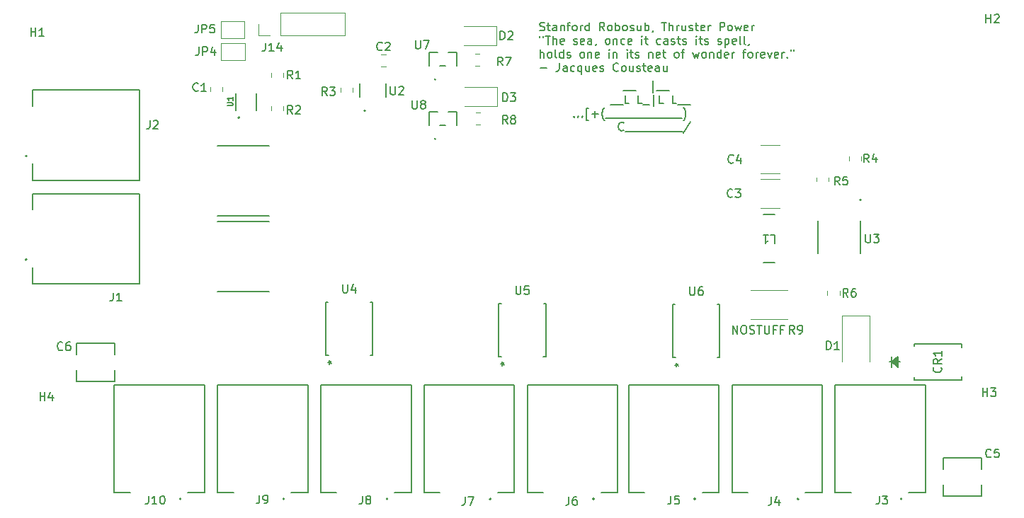
<source format=gbr>
%TF.GenerationSoftware,KiCad,Pcbnew,7.0.2-0*%
%TF.CreationDate,2024-05-03T02:11:47-07:00*%
%TF.ProjectId,EE156_2_Layer,45453135-365f-4325-9f4c-617965722e6b,rev?*%
%TF.SameCoordinates,Original*%
%TF.FileFunction,Legend,Top*%
%TF.FilePolarity,Positive*%
%FSLAX46Y46*%
G04 Gerber Fmt 4.6, Leading zero omitted, Abs format (unit mm)*
G04 Created by KiCad (PCBNEW 7.0.2-0) date 2024-05-03 02:11:47*
%MOMM*%
%LPD*%
G01*
G04 APERTURE LIST*
%ADD10C,0.150000*%
%ADD11C,0.120000*%
%ADD12C,0.127000*%
%ADD13C,0.200000*%
%ADD14C,0.152400*%
G04 APERTURE END LIST*
D10*
X275357145Y-143612857D02*
X276119049Y-143612857D01*
X276119050Y-143612857D02*
X276880954Y-143612857D01*
X278880955Y-143850952D02*
X278880955Y-142422380D01*
X279357146Y-143612857D02*
X280119050Y-143612857D01*
X280119051Y-143612857D02*
X280880955Y-143612857D01*
X273833335Y-145232857D02*
X274595239Y-145232857D01*
X274595240Y-145232857D02*
X275357144Y-145232857D01*
X276071430Y-145137619D02*
X275595240Y-145137619D01*
X275595240Y-145137619D02*
X275595240Y-144137619D01*
X277642859Y-145137619D02*
X277166669Y-145137619D01*
X277166669Y-145137619D02*
X277166669Y-144137619D01*
X277738098Y-145232857D02*
X278500002Y-145232857D01*
X278976193Y-145470952D02*
X278976193Y-144042380D01*
X280166669Y-145137619D02*
X279690479Y-145137619D01*
X279690479Y-145137619D02*
X279690479Y-144137619D01*
X281738098Y-145137619D02*
X281261908Y-145137619D01*
X281261908Y-145137619D02*
X281261908Y-144137619D01*
X281833337Y-145232857D02*
X282595241Y-145232857D01*
X282595242Y-145232857D02*
X283357146Y-145232857D01*
X269500000Y-146662380D02*
X269547619Y-146710000D01*
X269547619Y-146710000D02*
X269500000Y-146757619D01*
X269500000Y-146757619D02*
X269452381Y-146710000D01*
X269452381Y-146710000D02*
X269500000Y-146662380D01*
X269500000Y-146662380D02*
X269500000Y-146757619D01*
X269976190Y-146662380D02*
X270023809Y-146710000D01*
X270023809Y-146710000D02*
X269976190Y-146757619D01*
X269976190Y-146757619D02*
X269928571Y-146710000D01*
X269928571Y-146710000D02*
X269976190Y-146662380D01*
X269976190Y-146662380D02*
X269976190Y-146757619D01*
X270452380Y-146662380D02*
X270499999Y-146710000D01*
X270499999Y-146710000D02*
X270452380Y-146757619D01*
X270452380Y-146757619D02*
X270404761Y-146710000D01*
X270404761Y-146710000D02*
X270452380Y-146662380D01*
X270452380Y-146662380D02*
X270452380Y-146757619D01*
X271214284Y-147090952D02*
X270976189Y-147090952D01*
X270976189Y-147090952D02*
X270976189Y-145662380D01*
X270976189Y-145662380D02*
X271214284Y-145662380D01*
X271595237Y-146376666D02*
X272357142Y-146376666D01*
X271976189Y-146757619D02*
X271976189Y-145995714D01*
X273119046Y-147138571D02*
X273071427Y-147090952D01*
X273071427Y-147090952D02*
X272976189Y-146948095D01*
X272976189Y-146948095D02*
X272928570Y-146852857D01*
X272928570Y-146852857D02*
X272880951Y-146710000D01*
X272880951Y-146710000D02*
X272833332Y-146471904D01*
X272833332Y-146471904D02*
X272833332Y-146281428D01*
X272833332Y-146281428D02*
X272880951Y-146043333D01*
X272880951Y-146043333D02*
X272928570Y-145900476D01*
X272928570Y-145900476D02*
X272976189Y-145805238D01*
X272976189Y-145805238D02*
X273071427Y-145662380D01*
X273071427Y-145662380D02*
X273119046Y-145614761D01*
X273261904Y-146852857D02*
X274023808Y-146852857D01*
X274023809Y-146852857D02*
X274785713Y-146852857D01*
X274785714Y-146852857D02*
X275547618Y-146852857D01*
X275547619Y-146852857D02*
X276309523Y-146852857D01*
X276309524Y-146852857D02*
X277071428Y-146852857D01*
X277071429Y-146852857D02*
X277833333Y-146852857D01*
X277833334Y-146852857D02*
X278595238Y-146852857D01*
X278595239Y-146852857D02*
X279357143Y-146852857D01*
X279357144Y-146852857D02*
X280119048Y-146852857D01*
X280119049Y-146852857D02*
X280880953Y-146852857D01*
X280880954Y-146852857D02*
X281642858Y-146852857D01*
X281642859Y-146852857D02*
X282404763Y-146852857D01*
X282547621Y-147138571D02*
X282595240Y-147090952D01*
X282595240Y-147090952D02*
X282690478Y-146948095D01*
X282690478Y-146948095D02*
X282738097Y-146852857D01*
X282738097Y-146852857D02*
X282785716Y-146710000D01*
X282785716Y-146710000D02*
X282833335Y-146471904D01*
X282833335Y-146471904D02*
X282833335Y-146281428D01*
X282833335Y-146281428D02*
X282785716Y-146043333D01*
X282785716Y-146043333D02*
X282738097Y-145900476D01*
X282738097Y-145900476D02*
X282690478Y-145805238D01*
X282690478Y-145805238D02*
X282595240Y-145662380D01*
X282595240Y-145662380D02*
X282547621Y-145614761D01*
X275404763Y-148282380D02*
X275357144Y-148330000D01*
X275357144Y-148330000D02*
X275214287Y-148377619D01*
X275214287Y-148377619D02*
X275119049Y-148377619D01*
X275119049Y-148377619D02*
X274976192Y-148330000D01*
X274976192Y-148330000D02*
X274880954Y-148234761D01*
X274880954Y-148234761D02*
X274833335Y-148139523D01*
X274833335Y-148139523D02*
X274785716Y-147949047D01*
X274785716Y-147949047D02*
X274785716Y-147806190D01*
X274785716Y-147806190D02*
X274833335Y-147615714D01*
X274833335Y-147615714D02*
X274880954Y-147520476D01*
X274880954Y-147520476D02*
X274976192Y-147425238D01*
X274976192Y-147425238D02*
X275119049Y-147377619D01*
X275119049Y-147377619D02*
X275214287Y-147377619D01*
X275214287Y-147377619D02*
X275357144Y-147425238D01*
X275357144Y-147425238D02*
X275404763Y-147472857D01*
X275595240Y-148472857D02*
X276357144Y-148472857D01*
X276357145Y-148472857D02*
X277119049Y-148472857D01*
X277119050Y-148472857D02*
X277880954Y-148472857D01*
X277880955Y-148472857D02*
X278642859Y-148472857D01*
X278642860Y-148472857D02*
X279404764Y-148472857D01*
X279404765Y-148472857D02*
X280166669Y-148472857D01*
X280166670Y-148472857D02*
X280928574Y-148472857D01*
X280928575Y-148472857D02*
X281690479Y-148472857D01*
X281690480Y-148472857D02*
X282452384Y-148472857D01*
X283404765Y-147330000D02*
X282547623Y-148615714D01*
X265390476Y-136370000D02*
X265533333Y-136417619D01*
X265533333Y-136417619D02*
X265771428Y-136417619D01*
X265771428Y-136417619D02*
X265866666Y-136370000D01*
X265866666Y-136370000D02*
X265914285Y-136322380D01*
X265914285Y-136322380D02*
X265961904Y-136227142D01*
X265961904Y-136227142D02*
X265961904Y-136131904D01*
X265961904Y-136131904D02*
X265914285Y-136036666D01*
X265914285Y-136036666D02*
X265866666Y-135989047D01*
X265866666Y-135989047D02*
X265771428Y-135941428D01*
X265771428Y-135941428D02*
X265580952Y-135893809D01*
X265580952Y-135893809D02*
X265485714Y-135846190D01*
X265485714Y-135846190D02*
X265438095Y-135798571D01*
X265438095Y-135798571D02*
X265390476Y-135703333D01*
X265390476Y-135703333D02*
X265390476Y-135608095D01*
X265390476Y-135608095D02*
X265438095Y-135512857D01*
X265438095Y-135512857D02*
X265485714Y-135465238D01*
X265485714Y-135465238D02*
X265580952Y-135417619D01*
X265580952Y-135417619D02*
X265819047Y-135417619D01*
X265819047Y-135417619D02*
X265961904Y-135465238D01*
X266247619Y-135750952D02*
X266628571Y-135750952D01*
X266390476Y-135417619D02*
X266390476Y-136274761D01*
X266390476Y-136274761D02*
X266438095Y-136370000D01*
X266438095Y-136370000D02*
X266533333Y-136417619D01*
X266533333Y-136417619D02*
X266628571Y-136417619D01*
X267390476Y-136417619D02*
X267390476Y-135893809D01*
X267390476Y-135893809D02*
X267342857Y-135798571D01*
X267342857Y-135798571D02*
X267247619Y-135750952D01*
X267247619Y-135750952D02*
X267057143Y-135750952D01*
X267057143Y-135750952D02*
X266961905Y-135798571D01*
X267390476Y-136370000D02*
X267295238Y-136417619D01*
X267295238Y-136417619D02*
X267057143Y-136417619D01*
X267057143Y-136417619D02*
X266961905Y-136370000D01*
X266961905Y-136370000D02*
X266914286Y-136274761D01*
X266914286Y-136274761D02*
X266914286Y-136179523D01*
X266914286Y-136179523D02*
X266961905Y-136084285D01*
X266961905Y-136084285D02*
X267057143Y-136036666D01*
X267057143Y-136036666D02*
X267295238Y-136036666D01*
X267295238Y-136036666D02*
X267390476Y-135989047D01*
X267866667Y-135750952D02*
X267866667Y-136417619D01*
X267866667Y-135846190D02*
X267914286Y-135798571D01*
X267914286Y-135798571D02*
X268009524Y-135750952D01*
X268009524Y-135750952D02*
X268152381Y-135750952D01*
X268152381Y-135750952D02*
X268247619Y-135798571D01*
X268247619Y-135798571D02*
X268295238Y-135893809D01*
X268295238Y-135893809D02*
X268295238Y-136417619D01*
X268628572Y-135750952D02*
X269009524Y-135750952D01*
X268771429Y-136417619D02*
X268771429Y-135560476D01*
X268771429Y-135560476D02*
X268819048Y-135465238D01*
X268819048Y-135465238D02*
X268914286Y-135417619D01*
X268914286Y-135417619D02*
X269009524Y-135417619D01*
X269485715Y-136417619D02*
X269390477Y-136370000D01*
X269390477Y-136370000D02*
X269342858Y-136322380D01*
X269342858Y-136322380D02*
X269295239Y-136227142D01*
X269295239Y-136227142D02*
X269295239Y-135941428D01*
X269295239Y-135941428D02*
X269342858Y-135846190D01*
X269342858Y-135846190D02*
X269390477Y-135798571D01*
X269390477Y-135798571D02*
X269485715Y-135750952D01*
X269485715Y-135750952D02*
X269628572Y-135750952D01*
X269628572Y-135750952D02*
X269723810Y-135798571D01*
X269723810Y-135798571D02*
X269771429Y-135846190D01*
X269771429Y-135846190D02*
X269819048Y-135941428D01*
X269819048Y-135941428D02*
X269819048Y-136227142D01*
X269819048Y-136227142D02*
X269771429Y-136322380D01*
X269771429Y-136322380D02*
X269723810Y-136370000D01*
X269723810Y-136370000D02*
X269628572Y-136417619D01*
X269628572Y-136417619D02*
X269485715Y-136417619D01*
X270247620Y-136417619D02*
X270247620Y-135750952D01*
X270247620Y-135941428D02*
X270295239Y-135846190D01*
X270295239Y-135846190D02*
X270342858Y-135798571D01*
X270342858Y-135798571D02*
X270438096Y-135750952D01*
X270438096Y-135750952D02*
X270533334Y-135750952D01*
X271295239Y-136417619D02*
X271295239Y-135417619D01*
X271295239Y-136370000D02*
X271200001Y-136417619D01*
X271200001Y-136417619D02*
X271009525Y-136417619D01*
X271009525Y-136417619D02*
X270914287Y-136370000D01*
X270914287Y-136370000D02*
X270866668Y-136322380D01*
X270866668Y-136322380D02*
X270819049Y-136227142D01*
X270819049Y-136227142D02*
X270819049Y-135941428D01*
X270819049Y-135941428D02*
X270866668Y-135846190D01*
X270866668Y-135846190D02*
X270914287Y-135798571D01*
X270914287Y-135798571D02*
X271009525Y-135750952D01*
X271009525Y-135750952D02*
X271200001Y-135750952D01*
X271200001Y-135750952D02*
X271295239Y-135798571D01*
X273104763Y-136417619D02*
X272771430Y-135941428D01*
X272533335Y-136417619D02*
X272533335Y-135417619D01*
X272533335Y-135417619D02*
X272914287Y-135417619D01*
X272914287Y-135417619D02*
X273009525Y-135465238D01*
X273009525Y-135465238D02*
X273057144Y-135512857D01*
X273057144Y-135512857D02*
X273104763Y-135608095D01*
X273104763Y-135608095D02*
X273104763Y-135750952D01*
X273104763Y-135750952D02*
X273057144Y-135846190D01*
X273057144Y-135846190D02*
X273009525Y-135893809D01*
X273009525Y-135893809D02*
X272914287Y-135941428D01*
X272914287Y-135941428D02*
X272533335Y-135941428D01*
X273676192Y-136417619D02*
X273580954Y-136370000D01*
X273580954Y-136370000D02*
X273533335Y-136322380D01*
X273533335Y-136322380D02*
X273485716Y-136227142D01*
X273485716Y-136227142D02*
X273485716Y-135941428D01*
X273485716Y-135941428D02*
X273533335Y-135846190D01*
X273533335Y-135846190D02*
X273580954Y-135798571D01*
X273580954Y-135798571D02*
X273676192Y-135750952D01*
X273676192Y-135750952D02*
X273819049Y-135750952D01*
X273819049Y-135750952D02*
X273914287Y-135798571D01*
X273914287Y-135798571D02*
X273961906Y-135846190D01*
X273961906Y-135846190D02*
X274009525Y-135941428D01*
X274009525Y-135941428D02*
X274009525Y-136227142D01*
X274009525Y-136227142D02*
X273961906Y-136322380D01*
X273961906Y-136322380D02*
X273914287Y-136370000D01*
X273914287Y-136370000D02*
X273819049Y-136417619D01*
X273819049Y-136417619D02*
X273676192Y-136417619D01*
X274438097Y-136417619D02*
X274438097Y-135417619D01*
X274438097Y-135798571D02*
X274533335Y-135750952D01*
X274533335Y-135750952D02*
X274723811Y-135750952D01*
X274723811Y-135750952D02*
X274819049Y-135798571D01*
X274819049Y-135798571D02*
X274866668Y-135846190D01*
X274866668Y-135846190D02*
X274914287Y-135941428D01*
X274914287Y-135941428D02*
X274914287Y-136227142D01*
X274914287Y-136227142D02*
X274866668Y-136322380D01*
X274866668Y-136322380D02*
X274819049Y-136370000D01*
X274819049Y-136370000D02*
X274723811Y-136417619D01*
X274723811Y-136417619D02*
X274533335Y-136417619D01*
X274533335Y-136417619D02*
X274438097Y-136370000D01*
X275485716Y-136417619D02*
X275390478Y-136370000D01*
X275390478Y-136370000D02*
X275342859Y-136322380D01*
X275342859Y-136322380D02*
X275295240Y-136227142D01*
X275295240Y-136227142D02*
X275295240Y-135941428D01*
X275295240Y-135941428D02*
X275342859Y-135846190D01*
X275342859Y-135846190D02*
X275390478Y-135798571D01*
X275390478Y-135798571D02*
X275485716Y-135750952D01*
X275485716Y-135750952D02*
X275628573Y-135750952D01*
X275628573Y-135750952D02*
X275723811Y-135798571D01*
X275723811Y-135798571D02*
X275771430Y-135846190D01*
X275771430Y-135846190D02*
X275819049Y-135941428D01*
X275819049Y-135941428D02*
X275819049Y-136227142D01*
X275819049Y-136227142D02*
X275771430Y-136322380D01*
X275771430Y-136322380D02*
X275723811Y-136370000D01*
X275723811Y-136370000D02*
X275628573Y-136417619D01*
X275628573Y-136417619D02*
X275485716Y-136417619D01*
X276200002Y-136370000D02*
X276295240Y-136417619D01*
X276295240Y-136417619D02*
X276485716Y-136417619D01*
X276485716Y-136417619D02*
X276580954Y-136370000D01*
X276580954Y-136370000D02*
X276628573Y-136274761D01*
X276628573Y-136274761D02*
X276628573Y-136227142D01*
X276628573Y-136227142D02*
X276580954Y-136131904D01*
X276580954Y-136131904D02*
X276485716Y-136084285D01*
X276485716Y-136084285D02*
X276342859Y-136084285D01*
X276342859Y-136084285D02*
X276247621Y-136036666D01*
X276247621Y-136036666D02*
X276200002Y-135941428D01*
X276200002Y-135941428D02*
X276200002Y-135893809D01*
X276200002Y-135893809D02*
X276247621Y-135798571D01*
X276247621Y-135798571D02*
X276342859Y-135750952D01*
X276342859Y-135750952D02*
X276485716Y-135750952D01*
X276485716Y-135750952D02*
X276580954Y-135798571D01*
X277485716Y-135750952D02*
X277485716Y-136417619D01*
X277057145Y-135750952D02*
X277057145Y-136274761D01*
X277057145Y-136274761D02*
X277104764Y-136370000D01*
X277104764Y-136370000D02*
X277200002Y-136417619D01*
X277200002Y-136417619D02*
X277342859Y-136417619D01*
X277342859Y-136417619D02*
X277438097Y-136370000D01*
X277438097Y-136370000D02*
X277485716Y-136322380D01*
X277961907Y-136417619D02*
X277961907Y-135417619D01*
X277961907Y-135798571D02*
X278057145Y-135750952D01*
X278057145Y-135750952D02*
X278247621Y-135750952D01*
X278247621Y-135750952D02*
X278342859Y-135798571D01*
X278342859Y-135798571D02*
X278390478Y-135846190D01*
X278390478Y-135846190D02*
X278438097Y-135941428D01*
X278438097Y-135941428D02*
X278438097Y-136227142D01*
X278438097Y-136227142D02*
X278390478Y-136322380D01*
X278390478Y-136322380D02*
X278342859Y-136370000D01*
X278342859Y-136370000D02*
X278247621Y-136417619D01*
X278247621Y-136417619D02*
X278057145Y-136417619D01*
X278057145Y-136417619D02*
X277961907Y-136370000D01*
X278914288Y-136370000D02*
X278914288Y-136417619D01*
X278914288Y-136417619D02*
X278866669Y-136512857D01*
X278866669Y-136512857D02*
X278819050Y-136560476D01*
X279961907Y-135417619D02*
X280533335Y-135417619D01*
X280247621Y-136417619D02*
X280247621Y-135417619D01*
X280866669Y-136417619D02*
X280866669Y-135417619D01*
X281295240Y-136417619D02*
X281295240Y-135893809D01*
X281295240Y-135893809D02*
X281247621Y-135798571D01*
X281247621Y-135798571D02*
X281152383Y-135750952D01*
X281152383Y-135750952D02*
X281009526Y-135750952D01*
X281009526Y-135750952D02*
X280914288Y-135798571D01*
X280914288Y-135798571D02*
X280866669Y-135846190D01*
X281771431Y-136417619D02*
X281771431Y-135750952D01*
X281771431Y-135941428D02*
X281819050Y-135846190D01*
X281819050Y-135846190D02*
X281866669Y-135798571D01*
X281866669Y-135798571D02*
X281961907Y-135750952D01*
X281961907Y-135750952D02*
X282057145Y-135750952D01*
X282819050Y-135750952D02*
X282819050Y-136417619D01*
X282390479Y-135750952D02*
X282390479Y-136274761D01*
X282390479Y-136274761D02*
X282438098Y-136370000D01*
X282438098Y-136370000D02*
X282533336Y-136417619D01*
X282533336Y-136417619D02*
X282676193Y-136417619D01*
X282676193Y-136417619D02*
X282771431Y-136370000D01*
X282771431Y-136370000D02*
X282819050Y-136322380D01*
X283247622Y-136370000D02*
X283342860Y-136417619D01*
X283342860Y-136417619D02*
X283533336Y-136417619D01*
X283533336Y-136417619D02*
X283628574Y-136370000D01*
X283628574Y-136370000D02*
X283676193Y-136274761D01*
X283676193Y-136274761D02*
X283676193Y-136227142D01*
X283676193Y-136227142D02*
X283628574Y-136131904D01*
X283628574Y-136131904D02*
X283533336Y-136084285D01*
X283533336Y-136084285D02*
X283390479Y-136084285D01*
X283390479Y-136084285D02*
X283295241Y-136036666D01*
X283295241Y-136036666D02*
X283247622Y-135941428D01*
X283247622Y-135941428D02*
X283247622Y-135893809D01*
X283247622Y-135893809D02*
X283295241Y-135798571D01*
X283295241Y-135798571D02*
X283390479Y-135750952D01*
X283390479Y-135750952D02*
X283533336Y-135750952D01*
X283533336Y-135750952D02*
X283628574Y-135798571D01*
X283961908Y-135750952D02*
X284342860Y-135750952D01*
X284104765Y-135417619D02*
X284104765Y-136274761D01*
X284104765Y-136274761D02*
X284152384Y-136370000D01*
X284152384Y-136370000D02*
X284247622Y-136417619D01*
X284247622Y-136417619D02*
X284342860Y-136417619D01*
X285057146Y-136370000D02*
X284961908Y-136417619D01*
X284961908Y-136417619D02*
X284771432Y-136417619D01*
X284771432Y-136417619D02*
X284676194Y-136370000D01*
X284676194Y-136370000D02*
X284628575Y-136274761D01*
X284628575Y-136274761D02*
X284628575Y-135893809D01*
X284628575Y-135893809D02*
X284676194Y-135798571D01*
X284676194Y-135798571D02*
X284771432Y-135750952D01*
X284771432Y-135750952D02*
X284961908Y-135750952D01*
X284961908Y-135750952D02*
X285057146Y-135798571D01*
X285057146Y-135798571D02*
X285104765Y-135893809D01*
X285104765Y-135893809D02*
X285104765Y-135989047D01*
X285104765Y-135989047D02*
X284628575Y-136084285D01*
X285533337Y-136417619D02*
X285533337Y-135750952D01*
X285533337Y-135941428D02*
X285580956Y-135846190D01*
X285580956Y-135846190D02*
X285628575Y-135798571D01*
X285628575Y-135798571D02*
X285723813Y-135750952D01*
X285723813Y-135750952D02*
X285819051Y-135750952D01*
X286914290Y-136417619D02*
X286914290Y-135417619D01*
X286914290Y-135417619D02*
X287295242Y-135417619D01*
X287295242Y-135417619D02*
X287390480Y-135465238D01*
X287390480Y-135465238D02*
X287438099Y-135512857D01*
X287438099Y-135512857D02*
X287485718Y-135608095D01*
X287485718Y-135608095D02*
X287485718Y-135750952D01*
X287485718Y-135750952D02*
X287438099Y-135846190D01*
X287438099Y-135846190D02*
X287390480Y-135893809D01*
X287390480Y-135893809D02*
X287295242Y-135941428D01*
X287295242Y-135941428D02*
X286914290Y-135941428D01*
X288057147Y-136417619D02*
X287961909Y-136370000D01*
X287961909Y-136370000D02*
X287914290Y-136322380D01*
X287914290Y-136322380D02*
X287866671Y-136227142D01*
X287866671Y-136227142D02*
X287866671Y-135941428D01*
X287866671Y-135941428D02*
X287914290Y-135846190D01*
X287914290Y-135846190D02*
X287961909Y-135798571D01*
X287961909Y-135798571D02*
X288057147Y-135750952D01*
X288057147Y-135750952D02*
X288200004Y-135750952D01*
X288200004Y-135750952D02*
X288295242Y-135798571D01*
X288295242Y-135798571D02*
X288342861Y-135846190D01*
X288342861Y-135846190D02*
X288390480Y-135941428D01*
X288390480Y-135941428D02*
X288390480Y-136227142D01*
X288390480Y-136227142D02*
X288342861Y-136322380D01*
X288342861Y-136322380D02*
X288295242Y-136370000D01*
X288295242Y-136370000D02*
X288200004Y-136417619D01*
X288200004Y-136417619D02*
X288057147Y-136417619D01*
X288723814Y-135750952D02*
X288914290Y-136417619D01*
X288914290Y-136417619D02*
X289104766Y-135941428D01*
X289104766Y-135941428D02*
X289295242Y-136417619D01*
X289295242Y-136417619D02*
X289485718Y-135750952D01*
X290247623Y-136370000D02*
X290152385Y-136417619D01*
X290152385Y-136417619D02*
X289961909Y-136417619D01*
X289961909Y-136417619D02*
X289866671Y-136370000D01*
X289866671Y-136370000D02*
X289819052Y-136274761D01*
X289819052Y-136274761D02*
X289819052Y-135893809D01*
X289819052Y-135893809D02*
X289866671Y-135798571D01*
X289866671Y-135798571D02*
X289961909Y-135750952D01*
X289961909Y-135750952D02*
X290152385Y-135750952D01*
X290152385Y-135750952D02*
X290247623Y-135798571D01*
X290247623Y-135798571D02*
X290295242Y-135893809D01*
X290295242Y-135893809D02*
X290295242Y-135989047D01*
X290295242Y-135989047D02*
X289819052Y-136084285D01*
X290723814Y-136417619D02*
X290723814Y-135750952D01*
X290723814Y-135941428D02*
X290771433Y-135846190D01*
X290771433Y-135846190D02*
X290819052Y-135798571D01*
X290819052Y-135798571D02*
X290914290Y-135750952D01*
X290914290Y-135750952D02*
X291009528Y-135750952D01*
X265390476Y-137037619D02*
X265390476Y-137228095D01*
X265771428Y-137037619D02*
X265771428Y-137228095D01*
X266057143Y-137037619D02*
X266628571Y-137037619D01*
X266342857Y-138037619D02*
X266342857Y-137037619D01*
X266961905Y-138037619D02*
X266961905Y-137037619D01*
X267390476Y-138037619D02*
X267390476Y-137513809D01*
X267390476Y-137513809D02*
X267342857Y-137418571D01*
X267342857Y-137418571D02*
X267247619Y-137370952D01*
X267247619Y-137370952D02*
X267104762Y-137370952D01*
X267104762Y-137370952D02*
X267009524Y-137418571D01*
X267009524Y-137418571D02*
X266961905Y-137466190D01*
X268247619Y-137990000D02*
X268152381Y-138037619D01*
X268152381Y-138037619D02*
X267961905Y-138037619D01*
X267961905Y-138037619D02*
X267866667Y-137990000D01*
X267866667Y-137990000D02*
X267819048Y-137894761D01*
X267819048Y-137894761D02*
X267819048Y-137513809D01*
X267819048Y-137513809D02*
X267866667Y-137418571D01*
X267866667Y-137418571D02*
X267961905Y-137370952D01*
X267961905Y-137370952D02*
X268152381Y-137370952D01*
X268152381Y-137370952D02*
X268247619Y-137418571D01*
X268247619Y-137418571D02*
X268295238Y-137513809D01*
X268295238Y-137513809D02*
X268295238Y-137609047D01*
X268295238Y-137609047D02*
X267819048Y-137704285D01*
X269438096Y-137990000D02*
X269533334Y-138037619D01*
X269533334Y-138037619D02*
X269723810Y-138037619D01*
X269723810Y-138037619D02*
X269819048Y-137990000D01*
X269819048Y-137990000D02*
X269866667Y-137894761D01*
X269866667Y-137894761D02*
X269866667Y-137847142D01*
X269866667Y-137847142D02*
X269819048Y-137751904D01*
X269819048Y-137751904D02*
X269723810Y-137704285D01*
X269723810Y-137704285D02*
X269580953Y-137704285D01*
X269580953Y-137704285D02*
X269485715Y-137656666D01*
X269485715Y-137656666D02*
X269438096Y-137561428D01*
X269438096Y-137561428D02*
X269438096Y-137513809D01*
X269438096Y-137513809D02*
X269485715Y-137418571D01*
X269485715Y-137418571D02*
X269580953Y-137370952D01*
X269580953Y-137370952D02*
X269723810Y-137370952D01*
X269723810Y-137370952D02*
X269819048Y-137418571D01*
X270676191Y-137990000D02*
X270580953Y-138037619D01*
X270580953Y-138037619D02*
X270390477Y-138037619D01*
X270390477Y-138037619D02*
X270295239Y-137990000D01*
X270295239Y-137990000D02*
X270247620Y-137894761D01*
X270247620Y-137894761D02*
X270247620Y-137513809D01*
X270247620Y-137513809D02*
X270295239Y-137418571D01*
X270295239Y-137418571D02*
X270390477Y-137370952D01*
X270390477Y-137370952D02*
X270580953Y-137370952D01*
X270580953Y-137370952D02*
X270676191Y-137418571D01*
X270676191Y-137418571D02*
X270723810Y-137513809D01*
X270723810Y-137513809D02*
X270723810Y-137609047D01*
X270723810Y-137609047D02*
X270247620Y-137704285D01*
X271580953Y-138037619D02*
X271580953Y-137513809D01*
X271580953Y-137513809D02*
X271533334Y-137418571D01*
X271533334Y-137418571D02*
X271438096Y-137370952D01*
X271438096Y-137370952D02*
X271247620Y-137370952D01*
X271247620Y-137370952D02*
X271152382Y-137418571D01*
X271580953Y-137990000D02*
X271485715Y-138037619D01*
X271485715Y-138037619D02*
X271247620Y-138037619D01*
X271247620Y-138037619D02*
X271152382Y-137990000D01*
X271152382Y-137990000D02*
X271104763Y-137894761D01*
X271104763Y-137894761D02*
X271104763Y-137799523D01*
X271104763Y-137799523D02*
X271152382Y-137704285D01*
X271152382Y-137704285D02*
X271247620Y-137656666D01*
X271247620Y-137656666D02*
X271485715Y-137656666D01*
X271485715Y-137656666D02*
X271580953Y-137609047D01*
X272104763Y-137990000D02*
X272104763Y-138037619D01*
X272104763Y-138037619D02*
X272057144Y-138132857D01*
X272057144Y-138132857D02*
X272009525Y-138180476D01*
X273438096Y-138037619D02*
X273342858Y-137990000D01*
X273342858Y-137990000D02*
X273295239Y-137942380D01*
X273295239Y-137942380D02*
X273247620Y-137847142D01*
X273247620Y-137847142D02*
X273247620Y-137561428D01*
X273247620Y-137561428D02*
X273295239Y-137466190D01*
X273295239Y-137466190D02*
X273342858Y-137418571D01*
X273342858Y-137418571D02*
X273438096Y-137370952D01*
X273438096Y-137370952D02*
X273580953Y-137370952D01*
X273580953Y-137370952D02*
X273676191Y-137418571D01*
X273676191Y-137418571D02*
X273723810Y-137466190D01*
X273723810Y-137466190D02*
X273771429Y-137561428D01*
X273771429Y-137561428D02*
X273771429Y-137847142D01*
X273771429Y-137847142D02*
X273723810Y-137942380D01*
X273723810Y-137942380D02*
X273676191Y-137990000D01*
X273676191Y-137990000D02*
X273580953Y-138037619D01*
X273580953Y-138037619D02*
X273438096Y-138037619D01*
X274200001Y-137370952D02*
X274200001Y-138037619D01*
X274200001Y-137466190D02*
X274247620Y-137418571D01*
X274247620Y-137418571D02*
X274342858Y-137370952D01*
X274342858Y-137370952D02*
X274485715Y-137370952D01*
X274485715Y-137370952D02*
X274580953Y-137418571D01*
X274580953Y-137418571D02*
X274628572Y-137513809D01*
X274628572Y-137513809D02*
X274628572Y-138037619D01*
X275533334Y-137990000D02*
X275438096Y-138037619D01*
X275438096Y-138037619D02*
X275247620Y-138037619D01*
X275247620Y-138037619D02*
X275152382Y-137990000D01*
X275152382Y-137990000D02*
X275104763Y-137942380D01*
X275104763Y-137942380D02*
X275057144Y-137847142D01*
X275057144Y-137847142D02*
X275057144Y-137561428D01*
X275057144Y-137561428D02*
X275104763Y-137466190D01*
X275104763Y-137466190D02*
X275152382Y-137418571D01*
X275152382Y-137418571D02*
X275247620Y-137370952D01*
X275247620Y-137370952D02*
X275438096Y-137370952D01*
X275438096Y-137370952D02*
X275533334Y-137418571D01*
X276342858Y-137990000D02*
X276247620Y-138037619D01*
X276247620Y-138037619D02*
X276057144Y-138037619D01*
X276057144Y-138037619D02*
X275961906Y-137990000D01*
X275961906Y-137990000D02*
X275914287Y-137894761D01*
X275914287Y-137894761D02*
X275914287Y-137513809D01*
X275914287Y-137513809D02*
X275961906Y-137418571D01*
X275961906Y-137418571D02*
X276057144Y-137370952D01*
X276057144Y-137370952D02*
X276247620Y-137370952D01*
X276247620Y-137370952D02*
X276342858Y-137418571D01*
X276342858Y-137418571D02*
X276390477Y-137513809D01*
X276390477Y-137513809D02*
X276390477Y-137609047D01*
X276390477Y-137609047D02*
X275914287Y-137704285D01*
X277580954Y-138037619D02*
X277580954Y-137370952D01*
X277580954Y-137037619D02*
X277533335Y-137085238D01*
X277533335Y-137085238D02*
X277580954Y-137132857D01*
X277580954Y-137132857D02*
X277628573Y-137085238D01*
X277628573Y-137085238D02*
X277580954Y-137037619D01*
X277580954Y-137037619D02*
X277580954Y-137132857D01*
X277914287Y-137370952D02*
X278295239Y-137370952D01*
X278057144Y-137037619D02*
X278057144Y-137894761D01*
X278057144Y-137894761D02*
X278104763Y-137990000D01*
X278104763Y-137990000D02*
X278200001Y-138037619D01*
X278200001Y-138037619D02*
X278295239Y-138037619D01*
X279819049Y-137990000D02*
X279723811Y-138037619D01*
X279723811Y-138037619D02*
X279533335Y-138037619D01*
X279533335Y-138037619D02*
X279438097Y-137990000D01*
X279438097Y-137990000D02*
X279390478Y-137942380D01*
X279390478Y-137942380D02*
X279342859Y-137847142D01*
X279342859Y-137847142D02*
X279342859Y-137561428D01*
X279342859Y-137561428D02*
X279390478Y-137466190D01*
X279390478Y-137466190D02*
X279438097Y-137418571D01*
X279438097Y-137418571D02*
X279533335Y-137370952D01*
X279533335Y-137370952D02*
X279723811Y-137370952D01*
X279723811Y-137370952D02*
X279819049Y-137418571D01*
X280676192Y-138037619D02*
X280676192Y-137513809D01*
X280676192Y-137513809D02*
X280628573Y-137418571D01*
X280628573Y-137418571D02*
X280533335Y-137370952D01*
X280533335Y-137370952D02*
X280342859Y-137370952D01*
X280342859Y-137370952D02*
X280247621Y-137418571D01*
X280676192Y-137990000D02*
X280580954Y-138037619D01*
X280580954Y-138037619D02*
X280342859Y-138037619D01*
X280342859Y-138037619D02*
X280247621Y-137990000D01*
X280247621Y-137990000D02*
X280200002Y-137894761D01*
X280200002Y-137894761D02*
X280200002Y-137799523D01*
X280200002Y-137799523D02*
X280247621Y-137704285D01*
X280247621Y-137704285D02*
X280342859Y-137656666D01*
X280342859Y-137656666D02*
X280580954Y-137656666D01*
X280580954Y-137656666D02*
X280676192Y-137609047D01*
X281104764Y-137990000D02*
X281200002Y-138037619D01*
X281200002Y-138037619D02*
X281390478Y-138037619D01*
X281390478Y-138037619D02*
X281485716Y-137990000D01*
X281485716Y-137990000D02*
X281533335Y-137894761D01*
X281533335Y-137894761D02*
X281533335Y-137847142D01*
X281533335Y-137847142D02*
X281485716Y-137751904D01*
X281485716Y-137751904D02*
X281390478Y-137704285D01*
X281390478Y-137704285D02*
X281247621Y-137704285D01*
X281247621Y-137704285D02*
X281152383Y-137656666D01*
X281152383Y-137656666D02*
X281104764Y-137561428D01*
X281104764Y-137561428D02*
X281104764Y-137513809D01*
X281104764Y-137513809D02*
X281152383Y-137418571D01*
X281152383Y-137418571D02*
X281247621Y-137370952D01*
X281247621Y-137370952D02*
X281390478Y-137370952D01*
X281390478Y-137370952D02*
X281485716Y-137418571D01*
X281819050Y-137370952D02*
X282200002Y-137370952D01*
X281961907Y-137037619D02*
X281961907Y-137894761D01*
X281961907Y-137894761D02*
X282009526Y-137990000D01*
X282009526Y-137990000D02*
X282104764Y-138037619D01*
X282104764Y-138037619D02*
X282200002Y-138037619D01*
X282485717Y-137990000D02*
X282580955Y-138037619D01*
X282580955Y-138037619D02*
X282771431Y-138037619D01*
X282771431Y-138037619D02*
X282866669Y-137990000D01*
X282866669Y-137990000D02*
X282914288Y-137894761D01*
X282914288Y-137894761D02*
X282914288Y-137847142D01*
X282914288Y-137847142D02*
X282866669Y-137751904D01*
X282866669Y-137751904D02*
X282771431Y-137704285D01*
X282771431Y-137704285D02*
X282628574Y-137704285D01*
X282628574Y-137704285D02*
X282533336Y-137656666D01*
X282533336Y-137656666D02*
X282485717Y-137561428D01*
X282485717Y-137561428D02*
X282485717Y-137513809D01*
X282485717Y-137513809D02*
X282533336Y-137418571D01*
X282533336Y-137418571D02*
X282628574Y-137370952D01*
X282628574Y-137370952D02*
X282771431Y-137370952D01*
X282771431Y-137370952D02*
X282866669Y-137418571D01*
X284104765Y-138037619D02*
X284104765Y-137370952D01*
X284104765Y-137037619D02*
X284057146Y-137085238D01*
X284057146Y-137085238D02*
X284104765Y-137132857D01*
X284104765Y-137132857D02*
X284152384Y-137085238D01*
X284152384Y-137085238D02*
X284104765Y-137037619D01*
X284104765Y-137037619D02*
X284104765Y-137132857D01*
X284438098Y-137370952D02*
X284819050Y-137370952D01*
X284580955Y-137037619D02*
X284580955Y-137894761D01*
X284580955Y-137894761D02*
X284628574Y-137990000D01*
X284628574Y-137990000D02*
X284723812Y-138037619D01*
X284723812Y-138037619D02*
X284819050Y-138037619D01*
X285104765Y-137990000D02*
X285200003Y-138037619D01*
X285200003Y-138037619D02*
X285390479Y-138037619D01*
X285390479Y-138037619D02*
X285485717Y-137990000D01*
X285485717Y-137990000D02*
X285533336Y-137894761D01*
X285533336Y-137894761D02*
X285533336Y-137847142D01*
X285533336Y-137847142D02*
X285485717Y-137751904D01*
X285485717Y-137751904D02*
X285390479Y-137704285D01*
X285390479Y-137704285D02*
X285247622Y-137704285D01*
X285247622Y-137704285D02*
X285152384Y-137656666D01*
X285152384Y-137656666D02*
X285104765Y-137561428D01*
X285104765Y-137561428D02*
X285104765Y-137513809D01*
X285104765Y-137513809D02*
X285152384Y-137418571D01*
X285152384Y-137418571D02*
X285247622Y-137370952D01*
X285247622Y-137370952D02*
X285390479Y-137370952D01*
X285390479Y-137370952D02*
X285485717Y-137418571D01*
X286676194Y-137990000D02*
X286771432Y-138037619D01*
X286771432Y-138037619D02*
X286961908Y-138037619D01*
X286961908Y-138037619D02*
X287057146Y-137990000D01*
X287057146Y-137990000D02*
X287104765Y-137894761D01*
X287104765Y-137894761D02*
X287104765Y-137847142D01*
X287104765Y-137847142D02*
X287057146Y-137751904D01*
X287057146Y-137751904D02*
X286961908Y-137704285D01*
X286961908Y-137704285D02*
X286819051Y-137704285D01*
X286819051Y-137704285D02*
X286723813Y-137656666D01*
X286723813Y-137656666D02*
X286676194Y-137561428D01*
X286676194Y-137561428D02*
X286676194Y-137513809D01*
X286676194Y-137513809D02*
X286723813Y-137418571D01*
X286723813Y-137418571D02*
X286819051Y-137370952D01*
X286819051Y-137370952D02*
X286961908Y-137370952D01*
X286961908Y-137370952D02*
X287057146Y-137418571D01*
X287533337Y-137370952D02*
X287533337Y-138370952D01*
X287533337Y-137418571D02*
X287628575Y-137370952D01*
X287628575Y-137370952D02*
X287819051Y-137370952D01*
X287819051Y-137370952D02*
X287914289Y-137418571D01*
X287914289Y-137418571D02*
X287961908Y-137466190D01*
X287961908Y-137466190D02*
X288009527Y-137561428D01*
X288009527Y-137561428D02*
X288009527Y-137847142D01*
X288009527Y-137847142D02*
X287961908Y-137942380D01*
X287961908Y-137942380D02*
X287914289Y-137990000D01*
X287914289Y-137990000D02*
X287819051Y-138037619D01*
X287819051Y-138037619D02*
X287628575Y-138037619D01*
X287628575Y-138037619D02*
X287533337Y-137990000D01*
X288819051Y-137990000D02*
X288723813Y-138037619D01*
X288723813Y-138037619D02*
X288533337Y-138037619D01*
X288533337Y-138037619D02*
X288438099Y-137990000D01*
X288438099Y-137990000D02*
X288390480Y-137894761D01*
X288390480Y-137894761D02*
X288390480Y-137513809D01*
X288390480Y-137513809D02*
X288438099Y-137418571D01*
X288438099Y-137418571D02*
X288533337Y-137370952D01*
X288533337Y-137370952D02*
X288723813Y-137370952D01*
X288723813Y-137370952D02*
X288819051Y-137418571D01*
X288819051Y-137418571D02*
X288866670Y-137513809D01*
X288866670Y-137513809D02*
X288866670Y-137609047D01*
X288866670Y-137609047D02*
X288390480Y-137704285D01*
X289438099Y-138037619D02*
X289342861Y-137990000D01*
X289342861Y-137990000D02*
X289295242Y-137894761D01*
X289295242Y-137894761D02*
X289295242Y-137037619D01*
X289961909Y-138037619D02*
X289866671Y-137990000D01*
X289866671Y-137990000D02*
X289819052Y-137894761D01*
X289819052Y-137894761D02*
X289819052Y-137037619D01*
X290390481Y-137990000D02*
X290390481Y-138037619D01*
X290390481Y-138037619D02*
X290342862Y-138132857D01*
X290342862Y-138132857D02*
X290295243Y-138180476D01*
X265438095Y-139657619D02*
X265438095Y-138657619D01*
X265866666Y-139657619D02*
X265866666Y-139133809D01*
X265866666Y-139133809D02*
X265819047Y-139038571D01*
X265819047Y-139038571D02*
X265723809Y-138990952D01*
X265723809Y-138990952D02*
X265580952Y-138990952D01*
X265580952Y-138990952D02*
X265485714Y-139038571D01*
X265485714Y-139038571D02*
X265438095Y-139086190D01*
X266485714Y-139657619D02*
X266390476Y-139610000D01*
X266390476Y-139610000D02*
X266342857Y-139562380D01*
X266342857Y-139562380D02*
X266295238Y-139467142D01*
X266295238Y-139467142D02*
X266295238Y-139181428D01*
X266295238Y-139181428D02*
X266342857Y-139086190D01*
X266342857Y-139086190D02*
X266390476Y-139038571D01*
X266390476Y-139038571D02*
X266485714Y-138990952D01*
X266485714Y-138990952D02*
X266628571Y-138990952D01*
X266628571Y-138990952D02*
X266723809Y-139038571D01*
X266723809Y-139038571D02*
X266771428Y-139086190D01*
X266771428Y-139086190D02*
X266819047Y-139181428D01*
X266819047Y-139181428D02*
X266819047Y-139467142D01*
X266819047Y-139467142D02*
X266771428Y-139562380D01*
X266771428Y-139562380D02*
X266723809Y-139610000D01*
X266723809Y-139610000D02*
X266628571Y-139657619D01*
X266628571Y-139657619D02*
X266485714Y-139657619D01*
X267390476Y-139657619D02*
X267295238Y-139610000D01*
X267295238Y-139610000D02*
X267247619Y-139514761D01*
X267247619Y-139514761D02*
X267247619Y-138657619D01*
X268200000Y-139657619D02*
X268200000Y-138657619D01*
X268200000Y-139610000D02*
X268104762Y-139657619D01*
X268104762Y-139657619D02*
X267914286Y-139657619D01*
X267914286Y-139657619D02*
X267819048Y-139610000D01*
X267819048Y-139610000D02*
X267771429Y-139562380D01*
X267771429Y-139562380D02*
X267723810Y-139467142D01*
X267723810Y-139467142D02*
X267723810Y-139181428D01*
X267723810Y-139181428D02*
X267771429Y-139086190D01*
X267771429Y-139086190D02*
X267819048Y-139038571D01*
X267819048Y-139038571D02*
X267914286Y-138990952D01*
X267914286Y-138990952D02*
X268104762Y-138990952D01*
X268104762Y-138990952D02*
X268200000Y-139038571D01*
X268628572Y-139610000D02*
X268723810Y-139657619D01*
X268723810Y-139657619D02*
X268914286Y-139657619D01*
X268914286Y-139657619D02*
X269009524Y-139610000D01*
X269009524Y-139610000D02*
X269057143Y-139514761D01*
X269057143Y-139514761D02*
X269057143Y-139467142D01*
X269057143Y-139467142D02*
X269009524Y-139371904D01*
X269009524Y-139371904D02*
X268914286Y-139324285D01*
X268914286Y-139324285D02*
X268771429Y-139324285D01*
X268771429Y-139324285D02*
X268676191Y-139276666D01*
X268676191Y-139276666D02*
X268628572Y-139181428D01*
X268628572Y-139181428D02*
X268628572Y-139133809D01*
X268628572Y-139133809D02*
X268676191Y-139038571D01*
X268676191Y-139038571D02*
X268771429Y-138990952D01*
X268771429Y-138990952D02*
X268914286Y-138990952D01*
X268914286Y-138990952D02*
X269009524Y-139038571D01*
X270390477Y-139657619D02*
X270295239Y-139610000D01*
X270295239Y-139610000D02*
X270247620Y-139562380D01*
X270247620Y-139562380D02*
X270200001Y-139467142D01*
X270200001Y-139467142D02*
X270200001Y-139181428D01*
X270200001Y-139181428D02*
X270247620Y-139086190D01*
X270247620Y-139086190D02*
X270295239Y-139038571D01*
X270295239Y-139038571D02*
X270390477Y-138990952D01*
X270390477Y-138990952D02*
X270533334Y-138990952D01*
X270533334Y-138990952D02*
X270628572Y-139038571D01*
X270628572Y-139038571D02*
X270676191Y-139086190D01*
X270676191Y-139086190D02*
X270723810Y-139181428D01*
X270723810Y-139181428D02*
X270723810Y-139467142D01*
X270723810Y-139467142D02*
X270676191Y-139562380D01*
X270676191Y-139562380D02*
X270628572Y-139610000D01*
X270628572Y-139610000D02*
X270533334Y-139657619D01*
X270533334Y-139657619D02*
X270390477Y-139657619D01*
X271152382Y-138990952D02*
X271152382Y-139657619D01*
X271152382Y-139086190D02*
X271200001Y-139038571D01*
X271200001Y-139038571D02*
X271295239Y-138990952D01*
X271295239Y-138990952D02*
X271438096Y-138990952D01*
X271438096Y-138990952D02*
X271533334Y-139038571D01*
X271533334Y-139038571D02*
X271580953Y-139133809D01*
X271580953Y-139133809D02*
X271580953Y-139657619D01*
X272438096Y-139610000D02*
X272342858Y-139657619D01*
X272342858Y-139657619D02*
X272152382Y-139657619D01*
X272152382Y-139657619D02*
X272057144Y-139610000D01*
X272057144Y-139610000D02*
X272009525Y-139514761D01*
X272009525Y-139514761D02*
X272009525Y-139133809D01*
X272009525Y-139133809D02*
X272057144Y-139038571D01*
X272057144Y-139038571D02*
X272152382Y-138990952D01*
X272152382Y-138990952D02*
X272342858Y-138990952D01*
X272342858Y-138990952D02*
X272438096Y-139038571D01*
X272438096Y-139038571D02*
X272485715Y-139133809D01*
X272485715Y-139133809D02*
X272485715Y-139229047D01*
X272485715Y-139229047D02*
X272009525Y-139324285D01*
X273676192Y-139657619D02*
X273676192Y-138990952D01*
X273676192Y-138657619D02*
X273628573Y-138705238D01*
X273628573Y-138705238D02*
X273676192Y-138752857D01*
X273676192Y-138752857D02*
X273723811Y-138705238D01*
X273723811Y-138705238D02*
X273676192Y-138657619D01*
X273676192Y-138657619D02*
X273676192Y-138752857D01*
X274152382Y-138990952D02*
X274152382Y-139657619D01*
X274152382Y-139086190D02*
X274200001Y-139038571D01*
X274200001Y-139038571D02*
X274295239Y-138990952D01*
X274295239Y-138990952D02*
X274438096Y-138990952D01*
X274438096Y-138990952D02*
X274533334Y-139038571D01*
X274533334Y-139038571D02*
X274580953Y-139133809D01*
X274580953Y-139133809D02*
X274580953Y-139657619D01*
X275819049Y-139657619D02*
X275819049Y-138990952D01*
X275819049Y-138657619D02*
X275771430Y-138705238D01*
X275771430Y-138705238D02*
X275819049Y-138752857D01*
X275819049Y-138752857D02*
X275866668Y-138705238D01*
X275866668Y-138705238D02*
X275819049Y-138657619D01*
X275819049Y-138657619D02*
X275819049Y-138752857D01*
X276152382Y-138990952D02*
X276533334Y-138990952D01*
X276295239Y-138657619D02*
X276295239Y-139514761D01*
X276295239Y-139514761D02*
X276342858Y-139610000D01*
X276342858Y-139610000D02*
X276438096Y-139657619D01*
X276438096Y-139657619D02*
X276533334Y-139657619D01*
X276819049Y-139610000D02*
X276914287Y-139657619D01*
X276914287Y-139657619D02*
X277104763Y-139657619D01*
X277104763Y-139657619D02*
X277200001Y-139610000D01*
X277200001Y-139610000D02*
X277247620Y-139514761D01*
X277247620Y-139514761D02*
X277247620Y-139467142D01*
X277247620Y-139467142D02*
X277200001Y-139371904D01*
X277200001Y-139371904D02*
X277104763Y-139324285D01*
X277104763Y-139324285D02*
X276961906Y-139324285D01*
X276961906Y-139324285D02*
X276866668Y-139276666D01*
X276866668Y-139276666D02*
X276819049Y-139181428D01*
X276819049Y-139181428D02*
X276819049Y-139133809D01*
X276819049Y-139133809D02*
X276866668Y-139038571D01*
X276866668Y-139038571D02*
X276961906Y-138990952D01*
X276961906Y-138990952D02*
X277104763Y-138990952D01*
X277104763Y-138990952D02*
X277200001Y-139038571D01*
X278438097Y-138990952D02*
X278438097Y-139657619D01*
X278438097Y-139086190D02*
X278485716Y-139038571D01*
X278485716Y-139038571D02*
X278580954Y-138990952D01*
X278580954Y-138990952D02*
X278723811Y-138990952D01*
X278723811Y-138990952D02*
X278819049Y-139038571D01*
X278819049Y-139038571D02*
X278866668Y-139133809D01*
X278866668Y-139133809D02*
X278866668Y-139657619D01*
X279723811Y-139610000D02*
X279628573Y-139657619D01*
X279628573Y-139657619D02*
X279438097Y-139657619D01*
X279438097Y-139657619D02*
X279342859Y-139610000D01*
X279342859Y-139610000D02*
X279295240Y-139514761D01*
X279295240Y-139514761D02*
X279295240Y-139133809D01*
X279295240Y-139133809D02*
X279342859Y-139038571D01*
X279342859Y-139038571D02*
X279438097Y-138990952D01*
X279438097Y-138990952D02*
X279628573Y-138990952D01*
X279628573Y-138990952D02*
X279723811Y-139038571D01*
X279723811Y-139038571D02*
X279771430Y-139133809D01*
X279771430Y-139133809D02*
X279771430Y-139229047D01*
X279771430Y-139229047D02*
X279295240Y-139324285D01*
X280057145Y-138990952D02*
X280438097Y-138990952D01*
X280200002Y-138657619D02*
X280200002Y-139514761D01*
X280200002Y-139514761D02*
X280247621Y-139610000D01*
X280247621Y-139610000D02*
X280342859Y-139657619D01*
X280342859Y-139657619D02*
X280438097Y-139657619D01*
X281676193Y-139657619D02*
X281580955Y-139610000D01*
X281580955Y-139610000D02*
X281533336Y-139562380D01*
X281533336Y-139562380D02*
X281485717Y-139467142D01*
X281485717Y-139467142D02*
X281485717Y-139181428D01*
X281485717Y-139181428D02*
X281533336Y-139086190D01*
X281533336Y-139086190D02*
X281580955Y-139038571D01*
X281580955Y-139038571D02*
X281676193Y-138990952D01*
X281676193Y-138990952D02*
X281819050Y-138990952D01*
X281819050Y-138990952D02*
X281914288Y-139038571D01*
X281914288Y-139038571D02*
X281961907Y-139086190D01*
X281961907Y-139086190D02*
X282009526Y-139181428D01*
X282009526Y-139181428D02*
X282009526Y-139467142D01*
X282009526Y-139467142D02*
X281961907Y-139562380D01*
X281961907Y-139562380D02*
X281914288Y-139610000D01*
X281914288Y-139610000D02*
X281819050Y-139657619D01*
X281819050Y-139657619D02*
X281676193Y-139657619D01*
X282295241Y-138990952D02*
X282676193Y-138990952D01*
X282438098Y-139657619D02*
X282438098Y-138800476D01*
X282438098Y-138800476D02*
X282485717Y-138705238D01*
X282485717Y-138705238D02*
X282580955Y-138657619D01*
X282580955Y-138657619D02*
X282676193Y-138657619D01*
X283676194Y-138990952D02*
X283866670Y-139657619D01*
X283866670Y-139657619D02*
X284057146Y-139181428D01*
X284057146Y-139181428D02*
X284247622Y-139657619D01*
X284247622Y-139657619D02*
X284438098Y-138990952D01*
X284961908Y-139657619D02*
X284866670Y-139610000D01*
X284866670Y-139610000D02*
X284819051Y-139562380D01*
X284819051Y-139562380D02*
X284771432Y-139467142D01*
X284771432Y-139467142D02*
X284771432Y-139181428D01*
X284771432Y-139181428D02*
X284819051Y-139086190D01*
X284819051Y-139086190D02*
X284866670Y-139038571D01*
X284866670Y-139038571D02*
X284961908Y-138990952D01*
X284961908Y-138990952D02*
X285104765Y-138990952D01*
X285104765Y-138990952D02*
X285200003Y-139038571D01*
X285200003Y-139038571D02*
X285247622Y-139086190D01*
X285247622Y-139086190D02*
X285295241Y-139181428D01*
X285295241Y-139181428D02*
X285295241Y-139467142D01*
X285295241Y-139467142D02*
X285247622Y-139562380D01*
X285247622Y-139562380D02*
X285200003Y-139610000D01*
X285200003Y-139610000D02*
X285104765Y-139657619D01*
X285104765Y-139657619D02*
X284961908Y-139657619D01*
X285723813Y-138990952D02*
X285723813Y-139657619D01*
X285723813Y-139086190D02*
X285771432Y-139038571D01*
X285771432Y-139038571D02*
X285866670Y-138990952D01*
X285866670Y-138990952D02*
X286009527Y-138990952D01*
X286009527Y-138990952D02*
X286104765Y-139038571D01*
X286104765Y-139038571D02*
X286152384Y-139133809D01*
X286152384Y-139133809D02*
X286152384Y-139657619D01*
X287057146Y-139657619D02*
X287057146Y-138657619D01*
X287057146Y-139610000D02*
X286961908Y-139657619D01*
X286961908Y-139657619D02*
X286771432Y-139657619D01*
X286771432Y-139657619D02*
X286676194Y-139610000D01*
X286676194Y-139610000D02*
X286628575Y-139562380D01*
X286628575Y-139562380D02*
X286580956Y-139467142D01*
X286580956Y-139467142D02*
X286580956Y-139181428D01*
X286580956Y-139181428D02*
X286628575Y-139086190D01*
X286628575Y-139086190D02*
X286676194Y-139038571D01*
X286676194Y-139038571D02*
X286771432Y-138990952D01*
X286771432Y-138990952D02*
X286961908Y-138990952D01*
X286961908Y-138990952D02*
X287057146Y-139038571D01*
X287914289Y-139610000D02*
X287819051Y-139657619D01*
X287819051Y-139657619D02*
X287628575Y-139657619D01*
X287628575Y-139657619D02*
X287533337Y-139610000D01*
X287533337Y-139610000D02*
X287485718Y-139514761D01*
X287485718Y-139514761D02*
X287485718Y-139133809D01*
X287485718Y-139133809D02*
X287533337Y-139038571D01*
X287533337Y-139038571D02*
X287628575Y-138990952D01*
X287628575Y-138990952D02*
X287819051Y-138990952D01*
X287819051Y-138990952D02*
X287914289Y-139038571D01*
X287914289Y-139038571D02*
X287961908Y-139133809D01*
X287961908Y-139133809D02*
X287961908Y-139229047D01*
X287961908Y-139229047D02*
X287485718Y-139324285D01*
X288390480Y-139657619D02*
X288390480Y-138990952D01*
X288390480Y-139181428D02*
X288438099Y-139086190D01*
X288438099Y-139086190D02*
X288485718Y-139038571D01*
X288485718Y-139038571D02*
X288580956Y-138990952D01*
X288580956Y-138990952D02*
X288676194Y-138990952D01*
X289628576Y-138990952D02*
X290009528Y-138990952D01*
X289771433Y-139657619D02*
X289771433Y-138800476D01*
X289771433Y-138800476D02*
X289819052Y-138705238D01*
X289819052Y-138705238D02*
X289914290Y-138657619D01*
X289914290Y-138657619D02*
X290009528Y-138657619D01*
X290485719Y-139657619D02*
X290390481Y-139610000D01*
X290390481Y-139610000D02*
X290342862Y-139562380D01*
X290342862Y-139562380D02*
X290295243Y-139467142D01*
X290295243Y-139467142D02*
X290295243Y-139181428D01*
X290295243Y-139181428D02*
X290342862Y-139086190D01*
X290342862Y-139086190D02*
X290390481Y-139038571D01*
X290390481Y-139038571D02*
X290485719Y-138990952D01*
X290485719Y-138990952D02*
X290628576Y-138990952D01*
X290628576Y-138990952D02*
X290723814Y-139038571D01*
X290723814Y-139038571D02*
X290771433Y-139086190D01*
X290771433Y-139086190D02*
X290819052Y-139181428D01*
X290819052Y-139181428D02*
X290819052Y-139467142D01*
X290819052Y-139467142D02*
X290771433Y-139562380D01*
X290771433Y-139562380D02*
X290723814Y-139610000D01*
X290723814Y-139610000D02*
X290628576Y-139657619D01*
X290628576Y-139657619D02*
X290485719Y-139657619D01*
X291247624Y-139657619D02*
X291247624Y-138990952D01*
X291247624Y-139181428D02*
X291295243Y-139086190D01*
X291295243Y-139086190D02*
X291342862Y-139038571D01*
X291342862Y-139038571D02*
X291438100Y-138990952D01*
X291438100Y-138990952D02*
X291533338Y-138990952D01*
X292247624Y-139610000D02*
X292152386Y-139657619D01*
X292152386Y-139657619D02*
X291961910Y-139657619D01*
X291961910Y-139657619D02*
X291866672Y-139610000D01*
X291866672Y-139610000D02*
X291819053Y-139514761D01*
X291819053Y-139514761D02*
X291819053Y-139133809D01*
X291819053Y-139133809D02*
X291866672Y-139038571D01*
X291866672Y-139038571D02*
X291961910Y-138990952D01*
X291961910Y-138990952D02*
X292152386Y-138990952D01*
X292152386Y-138990952D02*
X292247624Y-139038571D01*
X292247624Y-139038571D02*
X292295243Y-139133809D01*
X292295243Y-139133809D02*
X292295243Y-139229047D01*
X292295243Y-139229047D02*
X291819053Y-139324285D01*
X292628577Y-138990952D02*
X292866672Y-139657619D01*
X292866672Y-139657619D02*
X293104767Y-138990952D01*
X293866672Y-139610000D02*
X293771434Y-139657619D01*
X293771434Y-139657619D02*
X293580958Y-139657619D01*
X293580958Y-139657619D02*
X293485720Y-139610000D01*
X293485720Y-139610000D02*
X293438101Y-139514761D01*
X293438101Y-139514761D02*
X293438101Y-139133809D01*
X293438101Y-139133809D02*
X293485720Y-139038571D01*
X293485720Y-139038571D02*
X293580958Y-138990952D01*
X293580958Y-138990952D02*
X293771434Y-138990952D01*
X293771434Y-138990952D02*
X293866672Y-139038571D01*
X293866672Y-139038571D02*
X293914291Y-139133809D01*
X293914291Y-139133809D02*
X293914291Y-139229047D01*
X293914291Y-139229047D02*
X293438101Y-139324285D01*
X294342863Y-139657619D02*
X294342863Y-138990952D01*
X294342863Y-139181428D02*
X294390482Y-139086190D01*
X294390482Y-139086190D02*
X294438101Y-139038571D01*
X294438101Y-139038571D02*
X294533339Y-138990952D01*
X294533339Y-138990952D02*
X294628577Y-138990952D01*
X294961911Y-139562380D02*
X295009530Y-139610000D01*
X295009530Y-139610000D02*
X294961911Y-139657619D01*
X294961911Y-139657619D02*
X294914292Y-139610000D01*
X294914292Y-139610000D02*
X294961911Y-139562380D01*
X294961911Y-139562380D02*
X294961911Y-139657619D01*
X295390482Y-138657619D02*
X295390482Y-138848095D01*
X295771434Y-138657619D02*
X295771434Y-138848095D01*
X265438095Y-140896666D02*
X266200000Y-140896666D01*
X267723809Y-140277619D02*
X267723809Y-140991904D01*
X267723809Y-140991904D02*
X267676190Y-141134761D01*
X267676190Y-141134761D02*
X267580952Y-141230000D01*
X267580952Y-141230000D02*
X267438095Y-141277619D01*
X267438095Y-141277619D02*
X267342857Y-141277619D01*
X268628571Y-141277619D02*
X268628571Y-140753809D01*
X268628571Y-140753809D02*
X268580952Y-140658571D01*
X268580952Y-140658571D02*
X268485714Y-140610952D01*
X268485714Y-140610952D02*
X268295238Y-140610952D01*
X268295238Y-140610952D02*
X268200000Y-140658571D01*
X268628571Y-141230000D02*
X268533333Y-141277619D01*
X268533333Y-141277619D02*
X268295238Y-141277619D01*
X268295238Y-141277619D02*
X268200000Y-141230000D01*
X268200000Y-141230000D02*
X268152381Y-141134761D01*
X268152381Y-141134761D02*
X268152381Y-141039523D01*
X268152381Y-141039523D02*
X268200000Y-140944285D01*
X268200000Y-140944285D02*
X268295238Y-140896666D01*
X268295238Y-140896666D02*
X268533333Y-140896666D01*
X268533333Y-140896666D02*
X268628571Y-140849047D01*
X269533333Y-141230000D02*
X269438095Y-141277619D01*
X269438095Y-141277619D02*
X269247619Y-141277619D01*
X269247619Y-141277619D02*
X269152381Y-141230000D01*
X269152381Y-141230000D02*
X269104762Y-141182380D01*
X269104762Y-141182380D02*
X269057143Y-141087142D01*
X269057143Y-141087142D02*
X269057143Y-140801428D01*
X269057143Y-140801428D02*
X269104762Y-140706190D01*
X269104762Y-140706190D02*
X269152381Y-140658571D01*
X269152381Y-140658571D02*
X269247619Y-140610952D01*
X269247619Y-140610952D02*
X269438095Y-140610952D01*
X269438095Y-140610952D02*
X269533333Y-140658571D01*
X270390476Y-140610952D02*
X270390476Y-141610952D01*
X270390476Y-141230000D02*
X270295238Y-141277619D01*
X270295238Y-141277619D02*
X270104762Y-141277619D01*
X270104762Y-141277619D02*
X270009524Y-141230000D01*
X270009524Y-141230000D02*
X269961905Y-141182380D01*
X269961905Y-141182380D02*
X269914286Y-141087142D01*
X269914286Y-141087142D02*
X269914286Y-140801428D01*
X269914286Y-140801428D02*
X269961905Y-140706190D01*
X269961905Y-140706190D02*
X270009524Y-140658571D01*
X270009524Y-140658571D02*
X270104762Y-140610952D01*
X270104762Y-140610952D02*
X270295238Y-140610952D01*
X270295238Y-140610952D02*
X270390476Y-140658571D01*
X271295238Y-140610952D02*
X271295238Y-141277619D01*
X270866667Y-140610952D02*
X270866667Y-141134761D01*
X270866667Y-141134761D02*
X270914286Y-141230000D01*
X270914286Y-141230000D02*
X271009524Y-141277619D01*
X271009524Y-141277619D02*
X271152381Y-141277619D01*
X271152381Y-141277619D02*
X271247619Y-141230000D01*
X271247619Y-141230000D02*
X271295238Y-141182380D01*
X272152381Y-141230000D02*
X272057143Y-141277619D01*
X272057143Y-141277619D02*
X271866667Y-141277619D01*
X271866667Y-141277619D02*
X271771429Y-141230000D01*
X271771429Y-141230000D02*
X271723810Y-141134761D01*
X271723810Y-141134761D02*
X271723810Y-140753809D01*
X271723810Y-140753809D02*
X271771429Y-140658571D01*
X271771429Y-140658571D02*
X271866667Y-140610952D01*
X271866667Y-140610952D02*
X272057143Y-140610952D01*
X272057143Y-140610952D02*
X272152381Y-140658571D01*
X272152381Y-140658571D02*
X272200000Y-140753809D01*
X272200000Y-140753809D02*
X272200000Y-140849047D01*
X272200000Y-140849047D02*
X271723810Y-140944285D01*
X272580953Y-141230000D02*
X272676191Y-141277619D01*
X272676191Y-141277619D02*
X272866667Y-141277619D01*
X272866667Y-141277619D02*
X272961905Y-141230000D01*
X272961905Y-141230000D02*
X273009524Y-141134761D01*
X273009524Y-141134761D02*
X273009524Y-141087142D01*
X273009524Y-141087142D02*
X272961905Y-140991904D01*
X272961905Y-140991904D02*
X272866667Y-140944285D01*
X272866667Y-140944285D02*
X272723810Y-140944285D01*
X272723810Y-140944285D02*
X272628572Y-140896666D01*
X272628572Y-140896666D02*
X272580953Y-140801428D01*
X272580953Y-140801428D02*
X272580953Y-140753809D01*
X272580953Y-140753809D02*
X272628572Y-140658571D01*
X272628572Y-140658571D02*
X272723810Y-140610952D01*
X272723810Y-140610952D02*
X272866667Y-140610952D01*
X272866667Y-140610952D02*
X272961905Y-140658571D01*
X274771429Y-141182380D02*
X274723810Y-141230000D01*
X274723810Y-141230000D02*
X274580953Y-141277619D01*
X274580953Y-141277619D02*
X274485715Y-141277619D01*
X274485715Y-141277619D02*
X274342858Y-141230000D01*
X274342858Y-141230000D02*
X274247620Y-141134761D01*
X274247620Y-141134761D02*
X274200001Y-141039523D01*
X274200001Y-141039523D02*
X274152382Y-140849047D01*
X274152382Y-140849047D02*
X274152382Y-140706190D01*
X274152382Y-140706190D02*
X274200001Y-140515714D01*
X274200001Y-140515714D02*
X274247620Y-140420476D01*
X274247620Y-140420476D02*
X274342858Y-140325238D01*
X274342858Y-140325238D02*
X274485715Y-140277619D01*
X274485715Y-140277619D02*
X274580953Y-140277619D01*
X274580953Y-140277619D02*
X274723810Y-140325238D01*
X274723810Y-140325238D02*
X274771429Y-140372857D01*
X275342858Y-141277619D02*
X275247620Y-141230000D01*
X275247620Y-141230000D02*
X275200001Y-141182380D01*
X275200001Y-141182380D02*
X275152382Y-141087142D01*
X275152382Y-141087142D02*
X275152382Y-140801428D01*
X275152382Y-140801428D02*
X275200001Y-140706190D01*
X275200001Y-140706190D02*
X275247620Y-140658571D01*
X275247620Y-140658571D02*
X275342858Y-140610952D01*
X275342858Y-140610952D02*
X275485715Y-140610952D01*
X275485715Y-140610952D02*
X275580953Y-140658571D01*
X275580953Y-140658571D02*
X275628572Y-140706190D01*
X275628572Y-140706190D02*
X275676191Y-140801428D01*
X275676191Y-140801428D02*
X275676191Y-141087142D01*
X275676191Y-141087142D02*
X275628572Y-141182380D01*
X275628572Y-141182380D02*
X275580953Y-141230000D01*
X275580953Y-141230000D02*
X275485715Y-141277619D01*
X275485715Y-141277619D02*
X275342858Y-141277619D01*
X276533334Y-140610952D02*
X276533334Y-141277619D01*
X276104763Y-140610952D02*
X276104763Y-141134761D01*
X276104763Y-141134761D02*
X276152382Y-141230000D01*
X276152382Y-141230000D02*
X276247620Y-141277619D01*
X276247620Y-141277619D02*
X276390477Y-141277619D01*
X276390477Y-141277619D02*
X276485715Y-141230000D01*
X276485715Y-141230000D02*
X276533334Y-141182380D01*
X276961906Y-141230000D02*
X277057144Y-141277619D01*
X277057144Y-141277619D02*
X277247620Y-141277619D01*
X277247620Y-141277619D02*
X277342858Y-141230000D01*
X277342858Y-141230000D02*
X277390477Y-141134761D01*
X277390477Y-141134761D02*
X277390477Y-141087142D01*
X277390477Y-141087142D02*
X277342858Y-140991904D01*
X277342858Y-140991904D02*
X277247620Y-140944285D01*
X277247620Y-140944285D02*
X277104763Y-140944285D01*
X277104763Y-140944285D02*
X277009525Y-140896666D01*
X277009525Y-140896666D02*
X276961906Y-140801428D01*
X276961906Y-140801428D02*
X276961906Y-140753809D01*
X276961906Y-140753809D02*
X277009525Y-140658571D01*
X277009525Y-140658571D02*
X277104763Y-140610952D01*
X277104763Y-140610952D02*
X277247620Y-140610952D01*
X277247620Y-140610952D02*
X277342858Y-140658571D01*
X277676192Y-140610952D02*
X278057144Y-140610952D01*
X277819049Y-140277619D02*
X277819049Y-141134761D01*
X277819049Y-141134761D02*
X277866668Y-141230000D01*
X277866668Y-141230000D02*
X277961906Y-141277619D01*
X277961906Y-141277619D02*
X278057144Y-141277619D01*
X278771430Y-141230000D02*
X278676192Y-141277619D01*
X278676192Y-141277619D02*
X278485716Y-141277619D01*
X278485716Y-141277619D02*
X278390478Y-141230000D01*
X278390478Y-141230000D02*
X278342859Y-141134761D01*
X278342859Y-141134761D02*
X278342859Y-140753809D01*
X278342859Y-140753809D02*
X278390478Y-140658571D01*
X278390478Y-140658571D02*
X278485716Y-140610952D01*
X278485716Y-140610952D02*
X278676192Y-140610952D01*
X278676192Y-140610952D02*
X278771430Y-140658571D01*
X278771430Y-140658571D02*
X278819049Y-140753809D01*
X278819049Y-140753809D02*
X278819049Y-140849047D01*
X278819049Y-140849047D02*
X278342859Y-140944285D01*
X279676192Y-141277619D02*
X279676192Y-140753809D01*
X279676192Y-140753809D02*
X279628573Y-140658571D01*
X279628573Y-140658571D02*
X279533335Y-140610952D01*
X279533335Y-140610952D02*
X279342859Y-140610952D01*
X279342859Y-140610952D02*
X279247621Y-140658571D01*
X279676192Y-141230000D02*
X279580954Y-141277619D01*
X279580954Y-141277619D02*
X279342859Y-141277619D01*
X279342859Y-141277619D02*
X279247621Y-141230000D01*
X279247621Y-141230000D02*
X279200002Y-141134761D01*
X279200002Y-141134761D02*
X279200002Y-141039523D01*
X279200002Y-141039523D02*
X279247621Y-140944285D01*
X279247621Y-140944285D02*
X279342859Y-140896666D01*
X279342859Y-140896666D02*
X279580954Y-140896666D01*
X279580954Y-140896666D02*
X279676192Y-140849047D01*
X280580954Y-140610952D02*
X280580954Y-141277619D01*
X280152383Y-140610952D02*
X280152383Y-141134761D01*
X280152383Y-141134761D02*
X280200002Y-141230000D01*
X280200002Y-141230000D02*
X280295240Y-141277619D01*
X280295240Y-141277619D02*
X280438097Y-141277619D01*
X280438097Y-141277619D02*
X280533335Y-141230000D01*
X280533335Y-141230000D02*
X280580954Y-141182380D01*
X288438095Y-172677619D02*
X288438095Y-171677619D01*
X288438095Y-171677619D02*
X289009523Y-172677619D01*
X289009523Y-172677619D02*
X289009523Y-171677619D01*
X289676190Y-171677619D02*
X289866666Y-171677619D01*
X289866666Y-171677619D02*
X289961904Y-171725238D01*
X289961904Y-171725238D02*
X290057142Y-171820476D01*
X290057142Y-171820476D02*
X290104761Y-172010952D01*
X290104761Y-172010952D02*
X290104761Y-172344285D01*
X290104761Y-172344285D02*
X290057142Y-172534761D01*
X290057142Y-172534761D02*
X289961904Y-172630000D01*
X289961904Y-172630000D02*
X289866666Y-172677619D01*
X289866666Y-172677619D02*
X289676190Y-172677619D01*
X289676190Y-172677619D02*
X289580952Y-172630000D01*
X289580952Y-172630000D02*
X289485714Y-172534761D01*
X289485714Y-172534761D02*
X289438095Y-172344285D01*
X289438095Y-172344285D02*
X289438095Y-172010952D01*
X289438095Y-172010952D02*
X289485714Y-171820476D01*
X289485714Y-171820476D02*
X289580952Y-171725238D01*
X289580952Y-171725238D02*
X289676190Y-171677619D01*
X290485714Y-172630000D02*
X290628571Y-172677619D01*
X290628571Y-172677619D02*
X290866666Y-172677619D01*
X290866666Y-172677619D02*
X290961904Y-172630000D01*
X290961904Y-172630000D02*
X291009523Y-172582380D01*
X291009523Y-172582380D02*
X291057142Y-172487142D01*
X291057142Y-172487142D02*
X291057142Y-172391904D01*
X291057142Y-172391904D02*
X291009523Y-172296666D01*
X291009523Y-172296666D02*
X290961904Y-172249047D01*
X290961904Y-172249047D02*
X290866666Y-172201428D01*
X290866666Y-172201428D02*
X290676190Y-172153809D01*
X290676190Y-172153809D02*
X290580952Y-172106190D01*
X290580952Y-172106190D02*
X290533333Y-172058571D01*
X290533333Y-172058571D02*
X290485714Y-171963333D01*
X290485714Y-171963333D02*
X290485714Y-171868095D01*
X290485714Y-171868095D02*
X290533333Y-171772857D01*
X290533333Y-171772857D02*
X290580952Y-171725238D01*
X290580952Y-171725238D02*
X290676190Y-171677619D01*
X290676190Y-171677619D02*
X290914285Y-171677619D01*
X290914285Y-171677619D02*
X291057142Y-171725238D01*
X291342857Y-171677619D02*
X291914285Y-171677619D01*
X291628571Y-172677619D02*
X291628571Y-171677619D01*
X292247619Y-171677619D02*
X292247619Y-172487142D01*
X292247619Y-172487142D02*
X292295238Y-172582380D01*
X292295238Y-172582380D02*
X292342857Y-172630000D01*
X292342857Y-172630000D02*
X292438095Y-172677619D01*
X292438095Y-172677619D02*
X292628571Y-172677619D01*
X292628571Y-172677619D02*
X292723809Y-172630000D01*
X292723809Y-172630000D02*
X292771428Y-172582380D01*
X292771428Y-172582380D02*
X292819047Y-172487142D01*
X292819047Y-172487142D02*
X292819047Y-171677619D01*
X293628571Y-172153809D02*
X293295238Y-172153809D01*
X293295238Y-172677619D02*
X293295238Y-171677619D01*
X293295238Y-171677619D02*
X293771428Y-171677619D01*
X294485714Y-172153809D02*
X294152381Y-172153809D01*
X294152381Y-172677619D02*
X294152381Y-171677619D01*
X294152381Y-171677619D02*
X294628571Y-171677619D01*
%TO.C,R9*%
X295833333Y-172662619D02*
X295500000Y-172186428D01*
X295261905Y-172662619D02*
X295261905Y-171662619D01*
X295261905Y-171662619D02*
X295642857Y-171662619D01*
X295642857Y-171662619D02*
X295738095Y-171710238D01*
X295738095Y-171710238D02*
X295785714Y-171757857D01*
X295785714Y-171757857D02*
X295833333Y-171853095D01*
X295833333Y-171853095D02*
X295833333Y-171995952D01*
X295833333Y-171995952D02*
X295785714Y-172091190D01*
X295785714Y-172091190D02*
X295738095Y-172138809D01*
X295738095Y-172138809D02*
X295642857Y-172186428D01*
X295642857Y-172186428D02*
X295261905Y-172186428D01*
X296309524Y-172662619D02*
X296500000Y-172662619D01*
X296500000Y-172662619D02*
X296595238Y-172615000D01*
X296595238Y-172615000D02*
X296642857Y-172567380D01*
X296642857Y-172567380D02*
X296738095Y-172424523D01*
X296738095Y-172424523D02*
X296785714Y-172234047D01*
X296785714Y-172234047D02*
X296785714Y-171853095D01*
X296785714Y-171853095D02*
X296738095Y-171757857D01*
X296738095Y-171757857D02*
X296690476Y-171710238D01*
X296690476Y-171710238D02*
X296595238Y-171662619D01*
X296595238Y-171662619D02*
X296404762Y-171662619D01*
X296404762Y-171662619D02*
X296309524Y-171710238D01*
X296309524Y-171710238D02*
X296261905Y-171757857D01*
X296261905Y-171757857D02*
X296214286Y-171853095D01*
X296214286Y-171853095D02*
X296214286Y-172091190D01*
X296214286Y-172091190D02*
X296261905Y-172186428D01*
X296261905Y-172186428D02*
X296309524Y-172234047D01*
X296309524Y-172234047D02*
X296404762Y-172281666D01*
X296404762Y-172281666D02*
X296595238Y-172281666D01*
X296595238Y-172281666D02*
X296690476Y-172234047D01*
X296690476Y-172234047D02*
X296738095Y-172186428D01*
X296738095Y-172186428D02*
X296785714Y-172091190D01*
%TO.C,J6*%
X268866666Y-192162619D02*
X268866666Y-192876904D01*
X268866666Y-192876904D02*
X268819047Y-193019761D01*
X268819047Y-193019761D02*
X268723809Y-193115000D01*
X268723809Y-193115000D02*
X268580952Y-193162619D01*
X268580952Y-193162619D02*
X268485714Y-193162619D01*
X269771428Y-192162619D02*
X269580952Y-192162619D01*
X269580952Y-192162619D02*
X269485714Y-192210238D01*
X269485714Y-192210238D02*
X269438095Y-192257857D01*
X269438095Y-192257857D02*
X269342857Y-192400714D01*
X269342857Y-192400714D02*
X269295238Y-192591190D01*
X269295238Y-192591190D02*
X269295238Y-192972142D01*
X269295238Y-192972142D02*
X269342857Y-193067380D01*
X269342857Y-193067380D02*
X269390476Y-193115000D01*
X269390476Y-193115000D02*
X269485714Y-193162619D01*
X269485714Y-193162619D02*
X269676190Y-193162619D01*
X269676190Y-193162619D02*
X269771428Y-193115000D01*
X269771428Y-193115000D02*
X269819047Y-193067380D01*
X269819047Y-193067380D02*
X269866666Y-192972142D01*
X269866666Y-192972142D02*
X269866666Y-192734047D01*
X269866666Y-192734047D02*
X269819047Y-192638809D01*
X269819047Y-192638809D02*
X269771428Y-192591190D01*
X269771428Y-192591190D02*
X269676190Y-192543571D01*
X269676190Y-192543571D02*
X269485714Y-192543571D01*
X269485714Y-192543571D02*
X269390476Y-192591190D01*
X269390476Y-192591190D02*
X269342857Y-192638809D01*
X269342857Y-192638809D02*
X269295238Y-192734047D01*
%TO.C,R7*%
X260933333Y-140562619D02*
X260600000Y-140086428D01*
X260361905Y-140562619D02*
X260361905Y-139562619D01*
X260361905Y-139562619D02*
X260742857Y-139562619D01*
X260742857Y-139562619D02*
X260838095Y-139610238D01*
X260838095Y-139610238D02*
X260885714Y-139657857D01*
X260885714Y-139657857D02*
X260933333Y-139753095D01*
X260933333Y-139753095D02*
X260933333Y-139895952D01*
X260933333Y-139895952D02*
X260885714Y-139991190D01*
X260885714Y-139991190D02*
X260838095Y-140038809D01*
X260838095Y-140038809D02*
X260742857Y-140086428D01*
X260742857Y-140086428D02*
X260361905Y-140086428D01*
X261266667Y-139562619D02*
X261933333Y-139562619D01*
X261933333Y-139562619D02*
X261504762Y-140562619D01*
%TO.C,D3*%
X260961905Y-144862619D02*
X260961905Y-143862619D01*
X260961905Y-143862619D02*
X261200000Y-143862619D01*
X261200000Y-143862619D02*
X261342857Y-143910238D01*
X261342857Y-143910238D02*
X261438095Y-144005476D01*
X261438095Y-144005476D02*
X261485714Y-144100714D01*
X261485714Y-144100714D02*
X261533333Y-144291190D01*
X261533333Y-144291190D02*
X261533333Y-144434047D01*
X261533333Y-144434047D02*
X261485714Y-144624523D01*
X261485714Y-144624523D02*
X261438095Y-144719761D01*
X261438095Y-144719761D02*
X261342857Y-144815000D01*
X261342857Y-144815000D02*
X261200000Y-144862619D01*
X261200000Y-144862619D02*
X260961905Y-144862619D01*
X261866667Y-143862619D02*
X262485714Y-143862619D01*
X262485714Y-143862619D02*
X262152381Y-144243571D01*
X262152381Y-144243571D02*
X262295238Y-144243571D01*
X262295238Y-144243571D02*
X262390476Y-144291190D01*
X262390476Y-144291190D02*
X262438095Y-144338809D01*
X262438095Y-144338809D02*
X262485714Y-144434047D01*
X262485714Y-144434047D02*
X262485714Y-144672142D01*
X262485714Y-144672142D02*
X262438095Y-144767380D01*
X262438095Y-144767380D02*
X262390476Y-144815000D01*
X262390476Y-144815000D02*
X262295238Y-144862619D01*
X262295238Y-144862619D02*
X262009524Y-144862619D01*
X262009524Y-144862619D02*
X261914286Y-144815000D01*
X261914286Y-144815000D02*
X261866667Y-144767380D01*
%TO.C,J2*%
X218766666Y-147162619D02*
X218766666Y-147876904D01*
X218766666Y-147876904D02*
X218719047Y-148019761D01*
X218719047Y-148019761D02*
X218623809Y-148115000D01*
X218623809Y-148115000D02*
X218480952Y-148162619D01*
X218480952Y-148162619D02*
X218385714Y-148162619D01*
X219195238Y-147257857D02*
X219242857Y-147210238D01*
X219242857Y-147210238D02*
X219338095Y-147162619D01*
X219338095Y-147162619D02*
X219576190Y-147162619D01*
X219576190Y-147162619D02*
X219671428Y-147210238D01*
X219671428Y-147210238D02*
X219719047Y-147257857D01*
X219719047Y-147257857D02*
X219766666Y-147353095D01*
X219766666Y-147353095D02*
X219766666Y-147448333D01*
X219766666Y-147448333D02*
X219719047Y-147591190D01*
X219719047Y-147591190D02*
X219147619Y-148162619D01*
X219147619Y-148162619D02*
X219766666Y-148162619D01*
%TO.C,JP5*%
X224516666Y-135662619D02*
X224516666Y-136376904D01*
X224516666Y-136376904D02*
X224469047Y-136519761D01*
X224469047Y-136519761D02*
X224373809Y-136615000D01*
X224373809Y-136615000D02*
X224230952Y-136662619D01*
X224230952Y-136662619D02*
X224135714Y-136662619D01*
X224992857Y-136662619D02*
X224992857Y-135662619D01*
X224992857Y-135662619D02*
X225373809Y-135662619D01*
X225373809Y-135662619D02*
X225469047Y-135710238D01*
X225469047Y-135710238D02*
X225516666Y-135757857D01*
X225516666Y-135757857D02*
X225564285Y-135853095D01*
X225564285Y-135853095D02*
X225564285Y-135995952D01*
X225564285Y-135995952D02*
X225516666Y-136091190D01*
X225516666Y-136091190D02*
X225469047Y-136138809D01*
X225469047Y-136138809D02*
X225373809Y-136186428D01*
X225373809Y-136186428D02*
X224992857Y-136186428D01*
X226469047Y-135662619D02*
X225992857Y-135662619D01*
X225992857Y-135662619D02*
X225945238Y-136138809D01*
X225945238Y-136138809D02*
X225992857Y-136091190D01*
X225992857Y-136091190D02*
X226088095Y-136043571D01*
X226088095Y-136043571D02*
X226326190Y-136043571D01*
X226326190Y-136043571D02*
X226421428Y-136091190D01*
X226421428Y-136091190D02*
X226469047Y-136138809D01*
X226469047Y-136138809D02*
X226516666Y-136234047D01*
X226516666Y-136234047D02*
X226516666Y-136472142D01*
X226516666Y-136472142D02*
X226469047Y-136567380D01*
X226469047Y-136567380D02*
X226421428Y-136615000D01*
X226421428Y-136615000D02*
X226326190Y-136662619D01*
X226326190Y-136662619D02*
X226088095Y-136662619D01*
X226088095Y-136662619D02*
X225992857Y-136615000D01*
X225992857Y-136615000D02*
X225945238Y-136567380D01*
%TO.C,J8*%
X244166666Y-192062619D02*
X244166666Y-192776904D01*
X244166666Y-192776904D02*
X244119047Y-192919761D01*
X244119047Y-192919761D02*
X244023809Y-193015000D01*
X244023809Y-193015000D02*
X243880952Y-193062619D01*
X243880952Y-193062619D02*
X243785714Y-193062619D01*
X244785714Y-192491190D02*
X244690476Y-192443571D01*
X244690476Y-192443571D02*
X244642857Y-192395952D01*
X244642857Y-192395952D02*
X244595238Y-192300714D01*
X244595238Y-192300714D02*
X244595238Y-192253095D01*
X244595238Y-192253095D02*
X244642857Y-192157857D01*
X244642857Y-192157857D02*
X244690476Y-192110238D01*
X244690476Y-192110238D02*
X244785714Y-192062619D01*
X244785714Y-192062619D02*
X244976190Y-192062619D01*
X244976190Y-192062619D02*
X245071428Y-192110238D01*
X245071428Y-192110238D02*
X245119047Y-192157857D01*
X245119047Y-192157857D02*
X245166666Y-192253095D01*
X245166666Y-192253095D02*
X245166666Y-192300714D01*
X245166666Y-192300714D02*
X245119047Y-192395952D01*
X245119047Y-192395952D02*
X245071428Y-192443571D01*
X245071428Y-192443571D02*
X244976190Y-192491190D01*
X244976190Y-192491190D02*
X244785714Y-192491190D01*
X244785714Y-192491190D02*
X244690476Y-192538809D01*
X244690476Y-192538809D02*
X244642857Y-192586428D01*
X244642857Y-192586428D02*
X244595238Y-192681666D01*
X244595238Y-192681666D02*
X244595238Y-192872142D01*
X244595238Y-192872142D02*
X244642857Y-192967380D01*
X244642857Y-192967380D02*
X244690476Y-193015000D01*
X244690476Y-193015000D02*
X244785714Y-193062619D01*
X244785714Y-193062619D02*
X244976190Y-193062619D01*
X244976190Y-193062619D02*
X245071428Y-193015000D01*
X245071428Y-193015000D02*
X245119047Y-192967380D01*
X245119047Y-192967380D02*
X245166666Y-192872142D01*
X245166666Y-192872142D02*
X245166666Y-192681666D01*
X245166666Y-192681666D02*
X245119047Y-192586428D01*
X245119047Y-192586428D02*
X245071428Y-192538809D01*
X245071428Y-192538809D02*
X244976190Y-192491190D01*
%TO.C,U1*%
X228019676Y-145370619D02*
X228537771Y-145370619D01*
X228537771Y-145370619D02*
X228598723Y-145340142D01*
X228598723Y-145340142D02*
X228629200Y-145309666D01*
X228629200Y-145309666D02*
X228659676Y-145248714D01*
X228659676Y-145248714D02*
X228659676Y-145126809D01*
X228659676Y-145126809D02*
X228629200Y-145065857D01*
X228629200Y-145065857D02*
X228598723Y-145035380D01*
X228598723Y-145035380D02*
X228537771Y-145004904D01*
X228537771Y-145004904D02*
X228019676Y-145004904D01*
X228659676Y-144364904D02*
X228659676Y-144730619D01*
X228659676Y-144547762D02*
X228019676Y-144547762D01*
X228019676Y-144547762D02*
X228111104Y-144608714D01*
X228111104Y-144608714D02*
X228172057Y-144669666D01*
X228172057Y-144669666D02*
X228202533Y-144730619D01*
%TO.C,D2*%
X260661905Y-137462619D02*
X260661905Y-136462619D01*
X260661905Y-136462619D02*
X260900000Y-136462619D01*
X260900000Y-136462619D02*
X261042857Y-136510238D01*
X261042857Y-136510238D02*
X261138095Y-136605476D01*
X261138095Y-136605476D02*
X261185714Y-136700714D01*
X261185714Y-136700714D02*
X261233333Y-136891190D01*
X261233333Y-136891190D02*
X261233333Y-137034047D01*
X261233333Y-137034047D02*
X261185714Y-137224523D01*
X261185714Y-137224523D02*
X261138095Y-137319761D01*
X261138095Y-137319761D02*
X261042857Y-137415000D01*
X261042857Y-137415000D02*
X260900000Y-137462619D01*
X260900000Y-137462619D02*
X260661905Y-137462619D01*
X261614286Y-136557857D02*
X261661905Y-136510238D01*
X261661905Y-136510238D02*
X261757143Y-136462619D01*
X261757143Y-136462619D02*
X261995238Y-136462619D01*
X261995238Y-136462619D02*
X262090476Y-136510238D01*
X262090476Y-136510238D02*
X262138095Y-136557857D01*
X262138095Y-136557857D02*
X262185714Y-136653095D01*
X262185714Y-136653095D02*
X262185714Y-136748333D01*
X262185714Y-136748333D02*
X262138095Y-136891190D01*
X262138095Y-136891190D02*
X261566667Y-137462619D01*
X261566667Y-137462619D02*
X262185714Y-137462619D01*
%TO.C,J9*%
X231866666Y-191962619D02*
X231866666Y-192676904D01*
X231866666Y-192676904D02*
X231819047Y-192819761D01*
X231819047Y-192819761D02*
X231723809Y-192915000D01*
X231723809Y-192915000D02*
X231580952Y-192962619D01*
X231580952Y-192962619D02*
X231485714Y-192962619D01*
X232390476Y-192962619D02*
X232580952Y-192962619D01*
X232580952Y-192962619D02*
X232676190Y-192915000D01*
X232676190Y-192915000D02*
X232723809Y-192867380D01*
X232723809Y-192867380D02*
X232819047Y-192724523D01*
X232819047Y-192724523D02*
X232866666Y-192534047D01*
X232866666Y-192534047D02*
X232866666Y-192153095D01*
X232866666Y-192153095D02*
X232819047Y-192057857D01*
X232819047Y-192057857D02*
X232771428Y-192010238D01*
X232771428Y-192010238D02*
X232676190Y-191962619D01*
X232676190Y-191962619D02*
X232485714Y-191962619D01*
X232485714Y-191962619D02*
X232390476Y-192010238D01*
X232390476Y-192010238D02*
X232342857Y-192057857D01*
X232342857Y-192057857D02*
X232295238Y-192153095D01*
X232295238Y-192153095D02*
X232295238Y-192391190D01*
X232295238Y-192391190D02*
X232342857Y-192486428D01*
X232342857Y-192486428D02*
X232390476Y-192534047D01*
X232390476Y-192534047D02*
X232485714Y-192581666D01*
X232485714Y-192581666D02*
X232676190Y-192581666D01*
X232676190Y-192581666D02*
X232771428Y-192534047D01*
X232771428Y-192534047D02*
X232819047Y-192486428D01*
X232819047Y-192486428D02*
X232866666Y-192391190D01*
%TO.C,U4*%
X241838095Y-166762619D02*
X241838095Y-167572142D01*
X241838095Y-167572142D02*
X241885714Y-167667380D01*
X241885714Y-167667380D02*
X241933333Y-167715000D01*
X241933333Y-167715000D02*
X242028571Y-167762619D01*
X242028571Y-167762619D02*
X242219047Y-167762619D01*
X242219047Y-167762619D02*
X242314285Y-167715000D01*
X242314285Y-167715000D02*
X242361904Y-167667380D01*
X242361904Y-167667380D02*
X242409523Y-167572142D01*
X242409523Y-167572142D02*
X242409523Y-166762619D01*
X243314285Y-167095952D02*
X243314285Y-167762619D01*
X243076190Y-166715000D02*
X242838095Y-167429285D01*
X242838095Y-167429285D02*
X243457142Y-167429285D01*
X240035619Y-176088500D02*
X240273714Y-176088500D01*
X240178476Y-176326595D02*
X240273714Y-176088500D01*
X240273714Y-176088500D02*
X240178476Y-175850405D01*
X240464190Y-176231357D02*
X240273714Y-176088500D01*
X240273714Y-176088500D02*
X240464190Y-175945643D01*
X240035619Y-176088500D02*
X240273714Y-176088500D01*
X240178476Y-176326595D02*
X240273714Y-176088500D01*
X240273714Y-176088500D02*
X240178476Y-175850405D01*
X240464190Y-176231357D02*
X240273714Y-176088500D01*
X240273714Y-176088500D02*
X240464190Y-175945643D01*
%TO.C,R6*%
X302233333Y-168262619D02*
X301900000Y-167786428D01*
X301661905Y-168262619D02*
X301661905Y-167262619D01*
X301661905Y-167262619D02*
X302042857Y-167262619D01*
X302042857Y-167262619D02*
X302138095Y-167310238D01*
X302138095Y-167310238D02*
X302185714Y-167357857D01*
X302185714Y-167357857D02*
X302233333Y-167453095D01*
X302233333Y-167453095D02*
X302233333Y-167595952D01*
X302233333Y-167595952D02*
X302185714Y-167691190D01*
X302185714Y-167691190D02*
X302138095Y-167738809D01*
X302138095Y-167738809D02*
X302042857Y-167786428D01*
X302042857Y-167786428D02*
X301661905Y-167786428D01*
X303090476Y-167262619D02*
X302900000Y-167262619D01*
X302900000Y-167262619D02*
X302804762Y-167310238D01*
X302804762Y-167310238D02*
X302757143Y-167357857D01*
X302757143Y-167357857D02*
X302661905Y-167500714D01*
X302661905Y-167500714D02*
X302614286Y-167691190D01*
X302614286Y-167691190D02*
X302614286Y-168072142D01*
X302614286Y-168072142D02*
X302661905Y-168167380D01*
X302661905Y-168167380D02*
X302709524Y-168215000D01*
X302709524Y-168215000D02*
X302804762Y-168262619D01*
X302804762Y-168262619D02*
X302995238Y-168262619D01*
X302995238Y-168262619D02*
X303090476Y-168215000D01*
X303090476Y-168215000D02*
X303138095Y-168167380D01*
X303138095Y-168167380D02*
X303185714Y-168072142D01*
X303185714Y-168072142D02*
X303185714Y-167834047D01*
X303185714Y-167834047D02*
X303138095Y-167738809D01*
X303138095Y-167738809D02*
X303090476Y-167691190D01*
X303090476Y-167691190D02*
X302995238Y-167643571D01*
X302995238Y-167643571D02*
X302804762Y-167643571D01*
X302804762Y-167643571D02*
X302709524Y-167691190D01*
X302709524Y-167691190D02*
X302661905Y-167738809D01*
X302661905Y-167738809D02*
X302614286Y-167834047D01*
%TO.C,L1*%
X292966666Y-160837380D02*
X293442856Y-160837380D01*
X293442856Y-160837380D02*
X293442856Y-161837380D01*
X292109523Y-160837380D02*
X292680951Y-160837380D01*
X292395237Y-160837380D02*
X292395237Y-161837380D01*
X292395237Y-161837380D02*
X292490475Y-161694523D01*
X292490475Y-161694523D02*
X292585713Y-161599285D01*
X292585713Y-161599285D02*
X292680951Y-161551666D01*
%TO.C,J5*%
X281066666Y-192062619D02*
X281066666Y-192776904D01*
X281066666Y-192776904D02*
X281019047Y-192919761D01*
X281019047Y-192919761D02*
X280923809Y-193015000D01*
X280923809Y-193015000D02*
X280780952Y-193062619D01*
X280780952Y-193062619D02*
X280685714Y-193062619D01*
X282019047Y-192062619D02*
X281542857Y-192062619D01*
X281542857Y-192062619D02*
X281495238Y-192538809D01*
X281495238Y-192538809D02*
X281542857Y-192491190D01*
X281542857Y-192491190D02*
X281638095Y-192443571D01*
X281638095Y-192443571D02*
X281876190Y-192443571D01*
X281876190Y-192443571D02*
X281971428Y-192491190D01*
X281971428Y-192491190D02*
X282019047Y-192538809D01*
X282019047Y-192538809D02*
X282066666Y-192634047D01*
X282066666Y-192634047D02*
X282066666Y-192872142D01*
X282066666Y-192872142D02*
X282019047Y-192967380D01*
X282019047Y-192967380D02*
X281971428Y-193015000D01*
X281971428Y-193015000D02*
X281876190Y-193062619D01*
X281876190Y-193062619D02*
X281638095Y-193062619D01*
X281638095Y-193062619D02*
X281542857Y-193015000D01*
X281542857Y-193015000D02*
X281495238Y-192967380D01*
%TO.C,U7*%
X250538095Y-137562619D02*
X250538095Y-138372142D01*
X250538095Y-138372142D02*
X250585714Y-138467380D01*
X250585714Y-138467380D02*
X250633333Y-138515000D01*
X250633333Y-138515000D02*
X250728571Y-138562619D01*
X250728571Y-138562619D02*
X250919047Y-138562619D01*
X250919047Y-138562619D02*
X251014285Y-138515000D01*
X251014285Y-138515000D02*
X251061904Y-138467380D01*
X251061904Y-138467380D02*
X251109523Y-138372142D01*
X251109523Y-138372142D02*
X251109523Y-137562619D01*
X251490476Y-137562619D02*
X252157142Y-137562619D01*
X252157142Y-137562619D02*
X251728571Y-138562619D01*
%TO.C,C3*%
X288433333Y-156267380D02*
X288385714Y-156315000D01*
X288385714Y-156315000D02*
X288242857Y-156362619D01*
X288242857Y-156362619D02*
X288147619Y-156362619D01*
X288147619Y-156362619D02*
X288004762Y-156315000D01*
X288004762Y-156315000D02*
X287909524Y-156219761D01*
X287909524Y-156219761D02*
X287861905Y-156124523D01*
X287861905Y-156124523D02*
X287814286Y-155934047D01*
X287814286Y-155934047D02*
X287814286Y-155791190D01*
X287814286Y-155791190D02*
X287861905Y-155600714D01*
X287861905Y-155600714D02*
X287909524Y-155505476D01*
X287909524Y-155505476D02*
X288004762Y-155410238D01*
X288004762Y-155410238D02*
X288147619Y-155362619D01*
X288147619Y-155362619D02*
X288242857Y-155362619D01*
X288242857Y-155362619D02*
X288385714Y-155410238D01*
X288385714Y-155410238D02*
X288433333Y-155457857D01*
X288766667Y-155362619D02*
X289385714Y-155362619D01*
X289385714Y-155362619D02*
X289052381Y-155743571D01*
X289052381Y-155743571D02*
X289195238Y-155743571D01*
X289195238Y-155743571D02*
X289290476Y-155791190D01*
X289290476Y-155791190D02*
X289338095Y-155838809D01*
X289338095Y-155838809D02*
X289385714Y-155934047D01*
X289385714Y-155934047D02*
X289385714Y-156172142D01*
X289385714Y-156172142D02*
X289338095Y-156267380D01*
X289338095Y-156267380D02*
X289290476Y-156315000D01*
X289290476Y-156315000D02*
X289195238Y-156362619D01*
X289195238Y-156362619D02*
X288909524Y-156362619D01*
X288909524Y-156362619D02*
X288814286Y-156315000D01*
X288814286Y-156315000D02*
X288766667Y-156267380D01*
%TO.C,U3*%
X304338095Y-160762619D02*
X304338095Y-161572142D01*
X304338095Y-161572142D02*
X304385714Y-161667380D01*
X304385714Y-161667380D02*
X304433333Y-161715000D01*
X304433333Y-161715000D02*
X304528571Y-161762619D01*
X304528571Y-161762619D02*
X304719047Y-161762619D01*
X304719047Y-161762619D02*
X304814285Y-161715000D01*
X304814285Y-161715000D02*
X304861904Y-161667380D01*
X304861904Y-161667380D02*
X304909523Y-161572142D01*
X304909523Y-161572142D02*
X304909523Y-160762619D01*
X305290476Y-160762619D02*
X305909523Y-160762619D01*
X305909523Y-160762619D02*
X305576190Y-161143571D01*
X305576190Y-161143571D02*
X305719047Y-161143571D01*
X305719047Y-161143571D02*
X305814285Y-161191190D01*
X305814285Y-161191190D02*
X305861904Y-161238809D01*
X305861904Y-161238809D02*
X305909523Y-161334047D01*
X305909523Y-161334047D02*
X305909523Y-161572142D01*
X305909523Y-161572142D02*
X305861904Y-161667380D01*
X305861904Y-161667380D02*
X305814285Y-161715000D01*
X305814285Y-161715000D02*
X305719047Y-161762619D01*
X305719047Y-161762619D02*
X305433333Y-161762619D01*
X305433333Y-161762619D02*
X305338095Y-161715000D01*
X305338095Y-161715000D02*
X305290476Y-161667380D01*
%TO.C,D1*%
X299661905Y-174562619D02*
X299661905Y-173562619D01*
X299661905Y-173562619D02*
X299900000Y-173562619D01*
X299900000Y-173562619D02*
X300042857Y-173610238D01*
X300042857Y-173610238D02*
X300138095Y-173705476D01*
X300138095Y-173705476D02*
X300185714Y-173800714D01*
X300185714Y-173800714D02*
X300233333Y-173991190D01*
X300233333Y-173991190D02*
X300233333Y-174134047D01*
X300233333Y-174134047D02*
X300185714Y-174324523D01*
X300185714Y-174324523D02*
X300138095Y-174419761D01*
X300138095Y-174419761D02*
X300042857Y-174515000D01*
X300042857Y-174515000D02*
X299900000Y-174562619D01*
X299900000Y-174562619D02*
X299661905Y-174562619D01*
X301185714Y-174562619D02*
X300614286Y-174562619D01*
X300900000Y-174562619D02*
X300900000Y-173562619D01*
X300900000Y-173562619D02*
X300804762Y-173705476D01*
X300804762Y-173705476D02*
X300709524Y-173800714D01*
X300709524Y-173800714D02*
X300614286Y-173848333D01*
%TO.C,U2*%
X247538095Y-143062619D02*
X247538095Y-143872142D01*
X247538095Y-143872142D02*
X247585714Y-143967380D01*
X247585714Y-143967380D02*
X247633333Y-144015000D01*
X247633333Y-144015000D02*
X247728571Y-144062619D01*
X247728571Y-144062619D02*
X247919047Y-144062619D01*
X247919047Y-144062619D02*
X248014285Y-144015000D01*
X248014285Y-144015000D02*
X248061904Y-143967380D01*
X248061904Y-143967380D02*
X248109523Y-143872142D01*
X248109523Y-143872142D02*
X248109523Y-143062619D01*
X248538095Y-143157857D02*
X248585714Y-143110238D01*
X248585714Y-143110238D02*
X248680952Y-143062619D01*
X248680952Y-143062619D02*
X248919047Y-143062619D01*
X248919047Y-143062619D02*
X249014285Y-143110238D01*
X249014285Y-143110238D02*
X249061904Y-143157857D01*
X249061904Y-143157857D02*
X249109523Y-143253095D01*
X249109523Y-143253095D02*
X249109523Y-143348333D01*
X249109523Y-143348333D02*
X249061904Y-143491190D01*
X249061904Y-143491190D02*
X248490476Y-144062619D01*
X248490476Y-144062619D02*
X249109523Y-144062619D01*
%TO.C,H3*%
X318338095Y-180162619D02*
X318338095Y-179162619D01*
X318338095Y-179638809D02*
X318909523Y-179638809D01*
X318909523Y-180162619D02*
X318909523Y-179162619D01*
X319290476Y-179162619D02*
X319909523Y-179162619D01*
X319909523Y-179162619D02*
X319576190Y-179543571D01*
X319576190Y-179543571D02*
X319719047Y-179543571D01*
X319719047Y-179543571D02*
X319814285Y-179591190D01*
X319814285Y-179591190D02*
X319861904Y-179638809D01*
X319861904Y-179638809D02*
X319909523Y-179734047D01*
X319909523Y-179734047D02*
X319909523Y-179972142D01*
X319909523Y-179972142D02*
X319861904Y-180067380D01*
X319861904Y-180067380D02*
X319814285Y-180115000D01*
X319814285Y-180115000D02*
X319719047Y-180162619D01*
X319719047Y-180162619D02*
X319433333Y-180162619D01*
X319433333Y-180162619D02*
X319338095Y-180115000D01*
X319338095Y-180115000D02*
X319290476Y-180067380D01*
%TO.C,J1*%
X214366666Y-167762619D02*
X214366666Y-168476904D01*
X214366666Y-168476904D02*
X214319047Y-168619761D01*
X214319047Y-168619761D02*
X214223809Y-168715000D01*
X214223809Y-168715000D02*
X214080952Y-168762619D01*
X214080952Y-168762619D02*
X213985714Y-168762619D01*
X215366666Y-168762619D02*
X214795238Y-168762619D01*
X215080952Y-168762619D02*
X215080952Y-167762619D01*
X215080952Y-167762619D02*
X214985714Y-167905476D01*
X214985714Y-167905476D02*
X214890476Y-168000714D01*
X214890476Y-168000714D02*
X214795238Y-168048333D01*
%TO.C,H2*%
X318738095Y-135462619D02*
X318738095Y-134462619D01*
X318738095Y-134938809D02*
X319309523Y-134938809D01*
X319309523Y-135462619D02*
X319309523Y-134462619D01*
X319738095Y-134557857D02*
X319785714Y-134510238D01*
X319785714Y-134510238D02*
X319880952Y-134462619D01*
X319880952Y-134462619D02*
X320119047Y-134462619D01*
X320119047Y-134462619D02*
X320214285Y-134510238D01*
X320214285Y-134510238D02*
X320261904Y-134557857D01*
X320261904Y-134557857D02*
X320309523Y-134653095D01*
X320309523Y-134653095D02*
X320309523Y-134748333D01*
X320309523Y-134748333D02*
X320261904Y-134891190D01*
X320261904Y-134891190D02*
X319690476Y-135462619D01*
X319690476Y-135462619D02*
X320309523Y-135462619D01*
%TO.C,R2*%
X235833333Y-146362619D02*
X235500000Y-145886428D01*
X235261905Y-146362619D02*
X235261905Y-145362619D01*
X235261905Y-145362619D02*
X235642857Y-145362619D01*
X235642857Y-145362619D02*
X235738095Y-145410238D01*
X235738095Y-145410238D02*
X235785714Y-145457857D01*
X235785714Y-145457857D02*
X235833333Y-145553095D01*
X235833333Y-145553095D02*
X235833333Y-145695952D01*
X235833333Y-145695952D02*
X235785714Y-145791190D01*
X235785714Y-145791190D02*
X235738095Y-145838809D01*
X235738095Y-145838809D02*
X235642857Y-145886428D01*
X235642857Y-145886428D02*
X235261905Y-145886428D01*
X236214286Y-145457857D02*
X236261905Y-145410238D01*
X236261905Y-145410238D02*
X236357143Y-145362619D01*
X236357143Y-145362619D02*
X236595238Y-145362619D01*
X236595238Y-145362619D02*
X236690476Y-145410238D01*
X236690476Y-145410238D02*
X236738095Y-145457857D01*
X236738095Y-145457857D02*
X236785714Y-145553095D01*
X236785714Y-145553095D02*
X236785714Y-145648333D01*
X236785714Y-145648333D02*
X236738095Y-145791190D01*
X236738095Y-145791190D02*
X236166667Y-146362619D01*
X236166667Y-146362619D02*
X236785714Y-146362619D01*
%TO.C,U6*%
X283338095Y-167062619D02*
X283338095Y-167872142D01*
X283338095Y-167872142D02*
X283385714Y-167967380D01*
X283385714Y-167967380D02*
X283433333Y-168015000D01*
X283433333Y-168015000D02*
X283528571Y-168062619D01*
X283528571Y-168062619D02*
X283719047Y-168062619D01*
X283719047Y-168062619D02*
X283814285Y-168015000D01*
X283814285Y-168015000D02*
X283861904Y-167967380D01*
X283861904Y-167967380D02*
X283909523Y-167872142D01*
X283909523Y-167872142D02*
X283909523Y-167062619D01*
X284814285Y-167062619D02*
X284623809Y-167062619D01*
X284623809Y-167062619D02*
X284528571Y-167110238D01*
X284528571Y-167110238D02*
X284480952Y-167157857D01*
X284480952Y-167157857D02*
X284385714Y-167300714D01*
X284385714Y-167300714D02*
X284338095Y-167491190D01*
X284338095Y-167491190D02*
X284338095Y-167872142D01*
X284338095Y-167872142D02*
X284385714Y-167967380D01*
X284385714Y-167967380D02*
X284433333Y-168015000D01*
X284433333Y-168015000D02*
X284528571Y-168062619D01*
X284528571Y-168062619D02*
X284719047Y-168062619D01*
X284719047Y-168062619D02*
X284814285Y-168015000D01*
X284814285Y-168015000D02*
X284861904Y-167967380D01*
X284861904Y-167967380D02*
X284909523Y-167872142D01*
X284909523Y-167872142D02*
X284909523Y-167634047D01*
X284909523Y-167634047D02*
X284861904Y-167538809D01*
X284861904Y-167538809D02*
X284814285Y-167491190D01*
X284814285Y-167491190D02*
X284719047Y-167443571D01*
X284719047Y-167443571D02*
X284528571Y-167443571D01*
X284528571Y-167443571D02*
X284433333Y-167491190D01*
X284433333Y-167491190D02*
X284385714Y-167538809D01*
X284385714Y-167538809D02*
X284338095Y-167634047D01*
X281525619Y-176388500D02*
X281763714Y-176388500D01*
X281668476Y-176626595D02*
X281763714Y-176388500D01*
X281763714Y-176388500D02*
X281668476Y-176150405D01*
X281954190Y-176531357D02*
X281763714Y-176388500D01*
X281763714Y-176388500D02*
X281954190Y-176245643D01*
X281525619Y-176388500D02*
X281763714Y-176388500D01*
X281668476Y-176626595D02*
X281763714Y-176388500D01*
X281763714Y-176388500D02*
X281668476Y-176150405D01*
X281954190Y-176531357D02*
X281763714Y-176388500D01*
X281763714Y-176388500D02*
X281954190Y-176245643D01*
%TO.C,C5*%
X319333333Y-187367380D02*
X319285714Y-187415000D01*
X319285714Y-187415000D02*
X319142857Y-187462619D01*
X319142857Y-187462619D02*
X319047619Y-187462619D01*
X319047619Y-187462619D02*
X318904762Y-187415000D01*
X318904762Y-187415000D02*
X318809524Y-187319761D01*
X318809524Y-187319761D02*
X318761905Y-187224523D01*
X318761905Y-187224523D02*
X318714286Y-187034047D01*
X318714286Y-187034047D02*
X318714286Y-186891190D01*
X318714286Y-186891190D02*
X318761905Y-186700714D01*
X318761905Y-186700714D02*
X318809524Y-186605476D01*
X318809524Y-186605476D02*
X318904762Y-186510238D01*
X318904762Y-186510238D02*
X319047619Y-186462619D01*
X319047619Y-186462619D02*
X319142857Y-186462619D01*
X319142857Y-186462619D02*
X319285714Y-186510238D01*
X319285714Y-186510238D02*
X319333333Y-186557857D01*
X320238095Y-186462619D02*
X319761905Y-186462619D01*
X319761905Y-186462619D02*
X319714286Y-186938809D01*
X319714286Y-186938809D02*
X319761905Y-186891190D01*
X319761905Y-186891190D02*
X319857143Y-186843571D01*
X319857143Y-186843571D02*
X320095238Y-186843571D01*
X320095238Y-186843571D02*
X320190476Y-186891190D01*
X320190476Y-186891190D02*
X320238095Y-186938809D01*
X320238095Y-186938809D02*
X320285714Y-187034047D01*
X320285714Y-187034047D02*
X320285714Y-187272142D01*
X320285714Y-187272142D02*
X320238095Y-187367380D01*
X320238095Y-187367380D02*
X320190476Y-187415000D01*
X320190476Y-187415000D02*
X320095238Y-187462619D01*
X320095238Y-187462619D02*
X319857143Y-187462619D01*
X319857143Y-187462619D02*
X319761905Y-187415000D01*
X319761905Y-187415000D02*
X319714286Y-187367380D01*
%TO.C,JP4*%
X224616666Y-138362619D02*
X224616666Y-139076904D01*
X224616666Y-139076904D02*
X224569047Y-139219761D01*
X224569047Y-139219761D02*
X224473809Y-139315000D01*
X224473809Y-139315000D02*
X224330952Y-139362619D01*
X224330952Y-139362619D02*
X224235714Y-139362619D01*
X225092857Y-139362619D02*
X225092857Y-138362619D01*
X225092857Y-138362619D02*
X225473809Y-138362619D01*
X225473809Y-138362619D02*
X225569047Y-138410238D01*
X225569047Y-138410238D02*
X225616666Y-138457857D01*
X225616666Y-138457857D02*
X225664285Y-138553095D01*
X225664285Y-138553095D02*
X225664285Y-138695952D01*
X225664285Y-138695952D02*
X225616666Y-138791190D01*
X225616666Y-138791190D02*
X225569047Y-138838809D01*
X225569047Y-138838809D02*
X225473809Y-138886428D01*
X225473809Y-138886428D02*
X225092857Y-138886428D01*
X226521428Y-138695952D02*
X226521428Y-139362619D01*
X226283333Y-138315000D02*
X226045238Y-139029285D01*
X226045238Y-139029285D02*
X226664285Y-139029285D01*
%TO.C,C2*%
X246533333Y-138687380D02*
X246485714Y-138735000D01*
X246485714Y-138735000D02*
X246342857Y-138782619D01*
X246342857Y-138782619D02*
X246247619Y-138782619D01*
X246247619Y-138782619D02*
X246104762Y-138735000D01*
X246104762Y-138735000D02*
X246009524Y-138639761D01*
X246009524Y-138639761D02*
X245961905Y-138544523D01*
X245961905Y-138544523D02*
X245914286Y-138354047D01*
X245914286Y-138354047D02*
X245914286Y-138211190D01*
X245914286Y-138211190D02*
X245961905Y-138020714D01*
X245961905Y-138020714D02*
X246009524Y-137925476D01*
X246009524Y-137925476D02*
X246104762Y-137830238D01*
X246104762Y-137830238D02*
X246247619Y-137782619D01*
X246247619Y-137782619D02*
X246342857Y-137782619D01*
X246342857Y-137782619D02*
X246485714Y-137830238D01*
X246485714Y-137830238D02*
X246533333Y-137877857D01*
X246914286Y-137877857D02*
X246961905Y-137830238D01*
X246961905Y-137830238D02*
X247057143Y-137782619D01*
X247057143Y-137782619D02*
X247295238Y-137782619D01*
X247295238Y-137782619D02*
X247390476Y-137830238D01*
X247390476Y-137830238D02*
X247438095Y-137877857D01*
X247438095Y-137877857D02*
X247485714Y-137973095D01*
X247485714Y-137973095D02*
X247485714Y-138068333D01*
X247485714Y-138068333D02*
X247438095Y-138211190D01*
X247438095Y-138211190D02*
X246866667Y-138782619D01*
X246866667Y-138782619D02*
X247485714Y-138782619D01*
%TO.C,H4*%
X205638095Y-180662619D02*
X205638095Y-179662619D01*
X205638095Y-180138809D02*
X206209523Y-180138809D01*
X206209523Y-180662619D02*
X206209523Y-179662619D01*
X207114285Y-179995952D02*
X207114285Y-180662619D01*
X206876190Y-179615000D02*
X206638095Y-180329285D01*
X206638095Y-180329285D02*
X207257142Y-180329285D01*
%TO.C,U5*%
X262538095Y-166962619D02*
X262538095Y-167772142D01*
X262538095Y-167772142D02*
X262585714Y-167867380D01*
X262585714Y-167867380D02*
X262633333Y-167915000D01*
X262633333Y-167915000D02*
X262728571Y-167962619D01*
X262728571Y-167962619D02*
X262919047Y-167962619D01*
X262919047Y-167962619D02*
X263014285Y-167915000D01*
X263014285Y-167915000D02*
X263061904Y-167867380D01*
X263061904Y-167867380D02*
X263109523Y-167772142D01*
X263109523Y-167772142D02*
X263109523Y-166962619D01*
X264061904Y-166962619D02*
X263585714Y-166962619D01*
X263585714Y-166962619D02*
X263538095Y-167438809D01*
X263538095Y-167438809D02*
X263585714Y-167391190D01*
X263585714Y-167391190D02*
X263680952Y-167343571D01*
X263680952Y-167343571D02*
X263919047Y-167343571D01*
X263919047Y-167343571D02*
X264014285Y-167391190D01*
X264014285Y-167391190D02*
X264061904Y-167438809D01*
X264061904Y-167438809D02*
X264109523Y-167534047D01*
X264109523Y-167534047D02*
X264109523Y-167772142D01*
X264109523Y-167772142D02*
X264061904Y-167867380D01*
X264061904Y-167867380D02*
X264014285Y-167915000D01*
X264014285Y-167915000D02*
X263919047Y-167962619D01*
X263919047Y-167962619D02*
X263680952Y-167962619D01*
X263680952Y-167962619D02*
X263585714Y-167915000D01*
X263585714Y-167915000D02*
X263538095Y-167867380D01*
X260730619Y-176263999D02*
X260968714Y-176263999D01*
X260873476Y-176502094D02*
X260968714Y-176263999D01*
X260968714Y-176263999D02*
X260873476Y-176025904D01*
X261159190Y-176406856D02*
X260968714Y-176263999D01*
X260968714Y-176263999D02*
X261159190Y-176121142D01*
X260730619Y-176263999D02*
X260968714Y-176263999D01*
X260873476Y-176502094D02*
X260968714Y-176263999D01*
X260968714Y-176263999D02*
X260873476Y-176025904D01*
X261159190Y-176406856D02*
X260968714Y-176263999D01*
X260968714Y-176263999D02*
X261159190Y-176121142D01*
%TO.C,J7*%
X256466666Y-192162619D02*
X256466666Y-192876904D01*
X256466666Y-192876904D02*
X256419047Y-193019761D01*
X256419047Y-193019761D02*
X256323809Y-193115000D01*
X256323809Y-193115000D02*
X256180952Y-193162619D01*
X256180952Y-193162619D02*
X256085714Y-193162619D01*
X256847619Y-192162619D02*
X257514285Y-192162619D01*
X257514285Y-192162619D02*
X257085714Y-193162619D01*
%TO.C,R8*%
X261533333Y-147562619D02*
X261200000Y-147086428D01*
X260961905Y-147562619D02*
X260961905Y-146562619D01*
X260961905Y-146562619D02*
X261342857Y-146562619D01*
X261342857Y-146562619D02*
X261438095Y-146610238D01*
X261438095Y-146610238D02*
X261485714Y-146657857D01*
X261485714Y-146657857D02*
X261533333Y-146753095D01*
X261533333Y-146753095D02*
X261533333Y-146895952D01*
X261533333Y-146895952D02*
X261485714Y-146991190D01*
X261485714Y-146991190D02*
X261438095Y-147038809D01*
X261438095Y-147038809D02*
X261342857Y-147086428D01*
X261342857Y-147086428D02*
X260961905Y-147086428D01*
X262104762Y-146991190D02*
X262009524Y-146943571D01*
X262009524Y-146943571D02*
X261961905Y-146895952D01*
X261961905Y-146895952D02*
X261914286Y-146800714D01*
X261914286Y-146800714D02*
X261914286Y-146753095D01*
X261914286Y-146753095D02*
X261961905Y-146657857D01*
X261961905Y-146657857D02*
X262009524Y-146610238D01*
X262009524Y-146610238D02*
X262104762Y-146562619D01*
X262104762Y-146562619D02*
X262295238Y-146562619D01*
X262295238Y-146562619D02*
X262390476Y-146610238D01*
X262390476Y-146610238D02*
X262438095Y-146657857D01*
X262438095Y-146657857D02*
X262485714Y-146753095D01*
X262485714Y-146753095D02*
X262485714Y-146800714D01*
X262485714Y-146800714D02*
X262438095Y-146895952D01*
X262438095Y-146895952D02*
X262390476Y-146943571D01*
X262390476Y-146943571D02*
X262295238Y-146991190D01*
X262295238Y-146991190D02*
X262104762Y-146991190D01*
X262104762Y-146991190D02*
X262009524Y-147038809D01*
X262009524Y-147038809D02*
X261961905Y-147086428D01*
X261961905Y-147086428D02*
X261914286Y-147181666D01*
X261914286Y-147181666D02*
X261914286Y-147372142D01*
X261914286Y-147372142D02*
X261961905Y-147467380D01*
X261961905Y-147467380D02*
X262009524Y-147515000D01*
X262009524Y-147515000D02*
X262104762Y-147562619D01*
X262104762Y-147562619D02*
X262295238Y-147562619D01*
X262295238Y-147562619D02*
X262390476Y-147515000D01*
X262390476Y-147515000D02*
X262438095Y-147467380D01*
X262438095Y-147467380D02*
X262485714Y-147372142D01*
X262485714Y-147372142D02*
X262485714Y-147181666D01*
X262485714Y-147181666D02*
X262438095Y-147086428D01*
X262438095Y-147086428D02*
X262390476Y-147038809D01*
X262390476Y-147038809D02*
X262295238Y-146991190D01*
%TO.C,CR1*%
X313333680Y-176686667D02*
X313381300Y-176734286D01*
X313381300Y-176734286D02*
X313428919Y-176877143D01*
X313428919Y-176877143D02*
X313428919Y-176972381D01*
X313428919Y-176972381D02*
X313381300Y-177115238D01*
X313381300Y-177115238D02*
X313286061Y-177210476D01*
X313286061Y-177210476D02*
X313190823Y-177258095D01*
X313190823Y-177258095D02*
X313000347Y-177305714D01*
X313000347Y-177305714D02*
X312857490Y-177305714D01*
X312857490Y-177305714D02*
X312667014Y-177258095D01*
X312667014Y-177258095D02*
X312571776Y-177210476D01*
X312571776Y-177210476D02*
X312476538Y-177115238D01*
X312476538Y-177115238D02*
X312428919Y-176972381D01*
X312428919Y-176972381D02*
X312428919Y-176877143D01*
X312428919Y-176877143D02*
X312476538Y-176734286D01*
X312476538Y-176734286D02*
X312524157Y-176686667D01*
X313428919Y-175686667D02*
X312952728Y-176020000D01*
X313428919Y-176258095D02*
X312428919Y-176258095D01*
X312428919Y-176258095D02*
X312428919Y-175877143D01*
X312428919Y-175877143D02*
X312476538Y-175781905D01*
X312476538Y-175781905D02*
X312524157Y-175734286D01*
X312524157Y-175734286D02*
X312619395Y-175686667D01*
X312619395Y-175686667D02*
X312762252Y-175686667D01*
X312762252Y-175686667D02*
X312857490Y-175734286D01*
X312857490Y-175734286D02*
X312905109Y-175781905D01*
X312905109Y-175781905D02*
X312952728Y-175877143D01*
X312952728Y-175877143D02*
X312952728Y-176258095D01*
X313428919Y-174734286D02*
X313428919Y-175305714D01*
X313428919Y-175020000D02*
X312428919Y-175020000D01*
X312428919Y-175020000D02*
X312571776Y-175115238D01*
X312571776Y-175115238D02*
X312667014Y-175210476D01*
X312667014Y-175210476D02*
X312714633Y-175305714D01*
%TO.C,J14*%
X232590476Y-137862619D02*
X232590476Y-138576904D01*
X232590476Y-138576904D02*
X232542857Y-138719761D01*
X232542857Y-138719761D02*
X232447619Y-138815000D01*
X232447619Y-138815000D02*
X232304762Y-138862619D01*
X232304762Y-138862619D02*
X232209524Y-138862619D01*
X233590476Y-138862619D02*
X233019048Y-138862619D01*
X233304762Y-138862619D02*
X233304762Y-137862619D01*
X233304762Y-137862619D02*
X233209524Y-138005476D01*
X233209524Y-138005476D02*
X233114286Y-138100714D01*
X233114286Y-138100714D02*
X233019048Y-138148333D01*
X234447619Y-138195952D02*
X234447619Y-138862619D01*
X234209524Y-137815000D02*
X233971429Y-138529285D01*
X233971429Y-138529285D02*
X234590476Y-138529285D01*
%TO.C,R3*%
X239933333Y-144162619D02*
X239600000Y-143686428D01*
X239361905Y-144162619D02*
X239361905Y-143162619D01*
X239361905Y-143162619D02*
X239742857Y-143162619D01*
X239742857Y-143162619D02*
X239838095Y-143210238D01*
X239838095Y-143210238D02*
X239885714Y-143257857D01*
X239885714Y-143257857D02*
X239933333Y-143353095D01*
X239933333Y-143353095D02*
X239933333Y-143495952D01*
X239933333Y-143495952D02*
X239885714Y-143591190D01*
X239885714Y-143591190D02*
X239838095Y-143638809D01*
X239838095Y-143638809D02*
X239742857Y-143686428D01*
X239742857Y-143686428D02*
X239361905Y-143686428D01*
X240266667Y-143162619D02*
X240885714Y-143162619D01*
X240885714Y-143162619D02*
X240552381Y-143543571D01*
X240552381Y-143543571D02*
X240695238Y-143543571D01*
X240695238Y-143543571D02*
X240790476Y-143591190D01*
X240790476Y-143591190D02*
X240838095Y-143638809D01*
X240838095Y-143638809D02*
X240885714Y-143734047D01*
X240885714Y-143734047D02*
X240885714Y-143972142D01*
X240885714Y-143972142D02*
X240838095Y-144067380D01*
X240838095Y-144067380D02*
X240790476Y-144115000D01*
X240790476Y-144115000D02*
X240695238Y-144162619D01*
X240695238Y-144162619D02*
X240409524Y-144162619D01*
X240409524Y-144162619D02*
X240314286Y-144115000D01*
X240314286Y-144115000D02*
X240266667Y-144067380D01*
%TO.C,J3*%
X305966666Y-192062619D02*
X305966666Y-192776904D01*
X305966666Y-192776904D02*
X305919047Y-192919761D01*
X305919047Y-192919761D02*
X305823809Y-193015000D01*
X305823809Y-193015000D02*
X305680952Y-193062619D01*
X305680952Y-193062619D02*
X305585714Y-193062619D01*
X306347619Y-192062619D02*
X306966666Y-192062619D01*
X306966666Y-192062619D02*
X306633333Y-192443571D01*
X306633333Y-192443571D02*
X306776190Y-192443571D01*
X306776190Y-192443571D02*
X306871428Y-192491190D01*
X306871428Y-192491190D02*
X306919047Y-192538809D01*
X306919047Y-192538809D02*
X306966666Y-192634047D01*
X306966666Y-192634047D02*
X306966666Y-192872142D01*
X306966666Y-192872142D02*
X306919047Y-192967380D01*
X306919047Y-192967380D02*
X306871428Y-193015000D01*
X306871428Y-193015000D02*
X306776190Y-193062619D01*
X306776190Y-193062619D02*
X306490476Y-193062619D01*
X306490476Y-193062619D02*
X306395238Y-193015000D01*
X306395238Y-193015000D02*
X306347619Y-192967380D01*
%TO.C,U8*%
X250138095Y-144762619D02*
X250138095Y-145572142D01*
X250138095Y-145572142D02*
X250185714Y-145667380D01*
X250185714Y-145667380D02*
X250233333Y-145715000D01*
X250233333Y-145715000D02*
X250328571Y-145762619D01*
X250328571Y-145762619D02*
X250519047Y-145762619D01*
X250519047Y-145762619D02*
X250614285Y-145715000D01*
X250614285Y-145715000D02*
X250661904Y-145667380D01*
X250661904Y-145667380D02*
X250709523Y-145572142D01*
X250709523Y-145572142D02*
X250709523Y-144762619D01*
X251328571Y-145191190D02*
X251233333Y-145143571D01*
X251233333Y-145143571D02*
X251185714Y-145095952D01*
X251185714Y-145095952D02*
X251138095Y-145000714D01*
X251138095Y-145000714D02*
X251138095Y-144953095D01*
X251138095Y-144953095D02*
X251185714Y-144857857D01*
X251185714Y-144857857D02*
X251233333Y-144810238D01*
X251233333Y-144810238D02*
X251328571Y-144762619D01*
X251328571Y-144762619D02*
X251519047Y-144762619D01*
X251519047Y-144762619D02*
X251614285Y-144810238D01*
X251614285Y-144810238D02*
X251661904Y-144857857D01*
X251661904Y-144857857D02*
X251709523Y-144953095D01*
X251709523Y-144953095D02*
X251709523Y-145000714D01*
X251709523Y-145000714D02*
X251661904Y-145095952D01*
X251661904Y-145095952D02*
X251614285Y-145143571D01*
X251614285Y-145143571D02*
X251519047Y-145191190D01*
X251519047Y-145191190D02*
X251328571Y-145191190D01*
X251328571Y-145191190D02*
X251233333Y-145238809D01*
X251233333Y-145238809D02*
X251185714Y-145286428D01*
X251185714Y-145286428D02*
X251138095Y-145381666D01*
X251138095Y-145381666D02*
X251138095Y-145572142D01*
X251138095Y-145572142D02*
X251185714Y-145667380D01*
X251185714Y-145667380D02*
X251233333Y-145715000D01*
X251233333Y-145715000D02*
X251328571Y-145762619D01*
X251328571Y-145762619D02*
X251519047Y-145762619D01*
X251519047Y-145762619D02*
X251614285Y-145715000D01*
X251614285Y-145715000D02*
X251661904Y-145667380D01*
X251661904Y-145667380D02*
X251709523Y-145572142D01*
X251709523Y-145572142D02*
X251709523Y-145381666D01*
X251709523Y-145381666D02*
X251661904Y-145286428D01*
X251661904Y-145286428D02*
X251614285Y-145238809D01*
X251614285Y-145238809D02*
X251519047Y-145191190D01*
%TO.C,J10*%
X218590476Y-192062619D02*
X218590476Y-192776904D01*
X218590476Y-192776904D02*
X218542857Y-192919761D01*
X218542857Y-192919761D02*
X218447619Y-193015000D01*
X218447619Y-193015000D02*
X218304762Y-193062619D01*
X218304762Y-193062619D02*
X218209524Y-193062619D01*
X219590476Y-193062619D02*
X219019048Y-193062619D01*
X219304762Y-193062619D02*
X219304762Y-192062619D01*
X219304762Y-192062619D02*
X219209524Y-192205476D01*
X219209524Y-192205476D02*
X219114286Y-192300714D01*
X219114286Y-192300714D02*
X219019048Y-192348333D01*
X220209524Y-192062619D02*
X220304762Y-192062619D01*
X220304762Y-192062619D02*
X220400000Y-192110238D01*
X220400000Y-192110238D02*
X220447619Y-192157857D01*
X220447619Y-192157857D02*
X220495238Y-192253095D01*
X220495238Y-192253095D02*
X220542857Y-192443571D01*
X220542857Y-192443571D02*
X220542857Y-192681666D01*
X220542857Y-192681666D02*
X220495238Y-192872142D01*
X220495238Y-192872142D02*
X220447619Y-192967380D01*
X220447619Y-192967380D02*
X220400000Y-193015000D01*
X220400000Y-193015000D02*
X220304762Y-193062619D01*
X220304762Y-193062619D02*
X220209524Y-193062619D01*
X220209524Y-193062619D02*
X220114286Y-193015000D01*
X220114286Y-193015000D02*
X220066667Y-192967380D01*
X220066667Y-192967380D02*
X220019048Y-192872142D01*
X220019048Y-192872142D02*
X219971429Y-192681666D01*
X219971429Y-192681666D02*
X219971429Y-192443571D01*
X219971429Y-192443571D02*
X220019048Y-192253095D01*
X220019048Y-192253095D02*
X220066667Y-192157857D01*
X220066667Y-192157857D02*
X220114286Y-192110238D01*
X220114286Y-192110238D02*
X220209524Y-192062619D01*
%TO.C,C4*%
X288533333Y-152167380D02*
X288485714Y-152215000D01*
X288485714Y-152215000D02*
X288342857Y-152262619D01*
X288342857Y-152262619D02*
X288247619Y-152262619D01*
X288247619Y-152262619D02*
X288104762Y-152215000D01*
X288104762Y-152215000D02*
X288009524Y-152119761D01*
X288009524Y-152119761D02*
X287961905Y-152024523D01*
X287961905Y-152024523D02*
X287914286Y-151834047D01*
X287914286Y-151834047D02*
X287914286Y-151691190D01*
X287914286Y-151691190D02*
X287961905Y-151500714D01*
X287961905Y-151500714D02*
X288009524Y-151405476D01*
X288009524Y-151405476D02*
X288104762Y-151310238D01*
X288104762Y-151310238D02*
X288247619Y-151262619D01*
X288247619Y-151262619D02*
X288342857Y-151262619D01*
X288342857Y-151262619D02*
X288485714Y-151310238D01*
X288485714Y-151310238D02*
X288533333Y-151357857D01*
X289390476Y-151595952D02*
X289390476Y-152262619D01*
X289152381Y-151215000D02*
X288914286Y-151929285D01*
X288914286Y-151929285D02*
X289533333Y-151929285D01*
%TO.C,C6*%
X208333333Y-174567380D02*
X208285714Y-174615000D01*
X208285714Y-174615000D02*
X208142857Y-174662619D01*
X208142857Y-174662619D02*
X208047619Y-174662619D01*
X208047619Y-174662619D02*
X207904762Y-174615000D01*
X207904762Y-174615000D02*
X207809524Y-174519761D01*
X207809524Y-174519761D02*
X207761905Y-174424523D01*
X207761905Y-174424523D02*
X207714286Y-174234047D01*
X207714286Y-174234047D02*
X207714286Y-174091190D01*
X207714286Y-174091190D02*
X207761905Y-173900714D01*
X207761905Y-173900714D02*
X207809524Y-173805476D01*
X207809524Y-173805476D02*
X207904762Y-173710238D01*
X207904762Y-173710238D02*
X208047619Y-173662619D01*
X208047619Y-173662619D02*
X208142857Y-173662619D01*
X208142857Y-173662619D02*
X208285714Y-173710238D01*
X208285714Y-173710238D02*
X208333333Y-173757857D01*
X209190476Y-173662619D02*
X209000000Y-173662619D01*
X209000000Y-173662619D02*
X208904762Y-173710238D01*
X208904762Y-173710238D02*
X208857143Y-173757857D01*
X208857143Y-173757857D02*
X208761905Y-173900714D01*
X208761905Y-173900714D02*
X208714286Y-174091190D01*
X208714286Y-174091190D02*
X208714286Y-174472142D01*
X208714286Y-174472142D02*
X208761905Y-174567380D01*
X208761905Y-174567380D02*
X208809524Y-174615000D01*
X208809524Y-174615000D02*
X208904762Y-174662619D01*
X208904762Y-174662619D02*
X209095238Y-174662619D01*
X209095238Y-174662619D02*
X209190476Y-174615000D01*
X209190476Y-174615000D02*
X209238095Y-174567380D01*
X209238095Y-174567380D02*
X209285714Y-174472142D01*
X209285714Y-174472142D02*
X209285714Y-174234047D01*
X209285714Y-174234047D02*
X209238095Y-174138809D01*
X209238095Y-174138809D02*
X209190476Y-174091190D01*
X209190476Y-174091190D02*
X209095238Y-174043571D01*
X209095238Y-174043571D02*
X208904762Y-174043571D01*
X208904762Y-174043571D02*
X208809524Y-174091190D01*
X208809524Y-174091190D02*
X208761905Y-174138809D01*
X208761905Y-174138809D02*
X208714286Y-174234047D01*
%TO.C,C1*%
X224533333Y-143567380D02*
X224485714Y-143615000D01*
X224485714Y-143615000D02*
X224342857Y-143662619D01*
X224342857Y-143662619D02*
X224247619Y-143662619D01*
X224247619Y-143662619D02*
X224104762Y-143615000D01*
X224104762Y-143615000D02*
X224009524Y-143519761D01*
X224009524Y-143519761D02*
X223961905Y-143424523D01*
X223961905Y-143424523D02*
X223914286Y-143234047D01*
X223914286Y-143234047D02*
X223914286Y-143091190D01*
X223914286Y-143091190D02*
X223961905Y-142900714D01*
X223961905Y-142900714D02*
X224009524Y-142805476D01*
X224009524Y-142805476D02*
X224104762Y-142710238D01*
X224104762Y-142710238D02*
X224247619Y-142662619D01*
X224247619Y-142662619D02*
X224342857Y-142662619D01*
X224342857Y-142662619D02*
X224485714Y-142710238D01*
X224485714Y-142710238D02*
X224533333Y-142757857D01*
X225485714Y-143662619D02*
X224914286Y-143662619D01*
X225200000Y-143662619D02*
X225200000Y-142662619D01*
X225200000Y-142662619D02*
X225104762Y-142805476D01*
X225104762Y-142805476D02*
X225009524Y-142900714D01*
X225009524Y-142900714D02*
X224914286Y-142948333D01*
%TO.C,R1*%
X235833333Y-142162619D02*
X235500000Y-141686428D01*
X235261905Y-142162619D02*
X235261905Y-141162619D01*
X235261905Y-141162619D02*
X235642857Y-141162619D01*
X235642857Y-141162619D02*
X235738095Y-141210238D01*
X235738095Y-141210238D02*
X235785714Y-141257857D01*
X235785714Y-141257857D02*
X235833333Y-141353095D01*
X235833333Y-141353095D02*
X235833333Y-141495952D01*
X235833333Y-141495952D02*
X235785714Y-141591190D01*
X235785714Y-141591190D02*
X235738095Y-141638809D01*
X235738095Y-141638809D02*
X235642857Y-141686428D01*
X235642857Y-141686428D02*
X235261905Y-141686428D01*
X236785714Y-142162619D02*
X236214286Y-142162619D01*
X236500000Y-142162619D02*
X236500000Y-141162619D01*
X236500000Y-141162619D02*
X236404762Y-141305476D01*
X236404762Y-141305476D02*
X236309524Y-141400714D01*
X236309524Y-141400714D02*
X236214286Y-141448333D01*
%TO.C,H1*%
X204538095Y-137062619D02*
X204538095Y-136062619D01*
X204538095Y-136538809D02*
X205109523Y-136538809D01*
X205109523Y-137062619D02*
X205109523Y-136062619D01*
X206109523Y-137062619D02*
X205538095Y-137062619D01*
X205823809Y-137062619D02*
X205823809Y-136062619D01*
X205823809Y-136062619D02*
X205728571Y-136205476D01*
X205728571Y-136205476D02*
X205633333Y-136300714D01*
X205633333Y-136300714D02*
X205538095Y-136348333D01*
%TO.C,R5*%
X301233333Y-154862619D02*
X300900000Y-154386428D01*
X300661905Y-154862619D02*
X300661905Y-153862619D01*
X300661905Y-153862619D02*
X301042857Y-153862619D01*
X301042857Y-153862619D02*
X301138095Y-153910238D01*
X301138095Y-153910238D02*
X301185714Y-153957857D01*
X301185714Y-153957857D02*
X301233333Y-154053095D01*
X301233333Y-154053095D02*
X301233333Y-154195952D01*
X301233333Y-154195952D02*
X301185714Y-154291190D01*
X301185714Y-154291190D02*
X301138095Y-154338809D01*
X301138095Y-154338809D02*
X301042857Y-154386428D01*
X301042857Y-154386428D02*
X300661905Y-154386428D01*
X302138095Y-153862619D02*
X301661905Y-153862619D01*
X301661905Y-153862619D02*
X301614286Y-154338809D01*
X301614286Y-154338809D02*
X301661905Y-154291190D01*
X301661905Y-154291190D02*
X301757143Y-154243571D01*
X301757143Y-154243571D02*
X301995238Y-154243571D01*
X301995238Y-154243571D02*
X302090476Y-154291190D01*
X302090476Y-154291190D02*
X302138095Y-154338809D01*
X302138095Y-154338809D02*
X302185714Y-154434047D01*
X302185714Y-154434047D02*
X302185714Y-154672142D01*
X302185714Y-154672142D02*
X302138095Y-154767380D01*
X302138095Y-154767380D02*
X302090476Y-154815000D01*
X302090476Y-154815000D02*
X301995238Y-154862619D01*
X301995238Y-154862619D02*
X301757143Y-154862619D01*
X301757143Y-154862619D02*
X301661905Y-154815000D01*
X301661905Y-154815000D02*
X301614286Y-154767380D01*
%TO.C,J4*%
X293066666Y-192162619D02*
X293066666Y-192876904D01*
X293066666Y-192876904D02*
X293019047Y-193019761D01*
X293019047Y-193019761D02*
X292923809Y-193115000D01*
X292923809Y-193115000D02*
X292780952Y-193162619D01*
X292780952Y-193162619D02*
X292685714Y-193162619D01*
X293971428Y-192495952D02*
X293971428Y-193162619D01*
X293733333Y-192115000D02*
X293495238Y-192829285D01*
X293495238Y-192829285D02*
X294114285Y-192829285D01*
%TO.C,R4*%
X304733333Y-152162619D02*
X304400000Y-151686428D01*
X304161905Y-152162619D02*
X304161905Y-151162619D01*
X304161905Y-151162619D02*
X304542857Y-151162619D01*
X304542857Y-151162619D02*
X304638095Y-151210238D01*
X304638095Y-151210238D02*
X304685714Y-151257857D01*
X304685714Y-151257857D02*
X304733333Y-151353095D01*
X304733333Y-151353095D02*
X304733333Y-151495952D01*
X304733333Y-151495952D02*
X304685714Y-151591190D01*
X304685714Y-151591190D02*
X304638095Y-151638809D01*
X304638095Y-151638809D02*
X304542857Y-151686428D01*
X304542857Y-151686428D02*
X304161905Y-151686428D01*
X305590476Y-151495952D02*
X305590476Y-152162619D01*
X305352381Y-151115000D02*
X305114286Y-151829285D01*
X305114286Y-151829285D02*
X305733333Y-151829285D01*
D11*
%TO.C,R9*%
X290622936Y-167490000D02*
X294977064Y-167490000D01*
X290622936Y-170910000D02*
X294977064Y-170910000D01*
D12*
%TO.C,J6*%
X274700000Y-191637500D02*
X272700000Y-191637500D01*
X274700000Y-178837500D02*
X274700000Y-191637500D01*
X263900000Y-191637500D02*
X265800000Y-191637500D01*
X263900000Y-191637500D02*
X263900000Y-178837500D01*
X263900000Y-178837500D02*
X274700000Y-178837500D01*
D13*
X271900000Y-192437500D02*
G75*
G03*
X271900000Y-192437500I-100000J0D01*
G01*
D11*
%TO.C,R7*%
X257672936Y-139165000D02*
X258127064Y-139165000D01*
X257672936Y-140635000D02*
X258127064Y-140635000D01*
%TO.C,D3*%
X260285000Y-145435000D02*
X260285000Y-143165000D01*
X260285000Y-143165000D02*
X256400000Y-143165000D01*
X256400000Y-145435000D02*
X260285000Y-145435000D01*
D12*
%TO.C,J2*%
X204762500Y-154300000D02*
X204762500Y-152300000D01*
X217562500Y-154300000D02*
X204762500Y-154300000D01*
X204762500Y-143500000D02*
X204762500Y-145400000D01*
X204762500Y-143500000D02*
X217562500Y-143500000D01*
X217562500Y-143500000D02*
X217562500Y-154300000D01*
D13*
X204062500Y-151400000D02*
G75*
G03*
X204062500Y-151400000I-100000J0D01*
G01*
D11*
%TO.C,JP5*%
X227250000Y-135300000D02*
X230050000Y-135300000D01*
X227250000Y-137300000D02*
X227250000Y-135300000D01*
X230050000Y-135300000D02*
X230050000Y-137300000D01*
X230050000Y-137300000D02*
X227250000Y-137300000D01*
D12*
%TO.C,J8*%
X250000000Y-191637500D02*
X248000000Y-191637500D01*
X250000000Y-178837500D02*
X250000000Y-191637500D01*
X239200000Y-191637500D02*
X241100000Y-191637500D01*
X239200000Y-191637500D02*
X239200000Y-178837500D01*
X239200000Y-178837500D02*
X250000000Y-178837500D01*
D13*
X247200000Y-192437500D02*
G75*
G03*
X247200000Y-192437500I-100000J0D01*
G01*
D12*
%TO.C,U1*%
X229070000Y-145915000D02*
X229070000Y-143915000D01*
X231530000Y-145915000D02*
X231530000Y-143915000D01*
D13*
X229500000Y-146815000D02*
G75*
G03*
X229500000Y-146815000I-100000J0D01*
G01*
D11*
%TO.C,D2*%
X256300000Y-138135000D02*
X260185000Y-138135000D01*
X260185000Y-135865000D02*
X256300000Y-135865000D01*
X260185000Y-138135000D02*
X260185000Y-135865000D01*
D12*
%TO.C,J9*%
X237650000Y-191637500D02*
X235650000Y-191637500D01*
X237650000Y-178837500D02*
X237650000Y-191637500D01*
X226850000Y-191637500D02*
X228750000Y-191637500D01*
X226850000Y-191637500D02*
X226850000Y-178837500D01*
X226850000Y-178837500D02*
X237650000Y-178837500D01*
D13*
X234850000Y-192437500D02*
G75*
G03*
X234850000Y-192437500I-100000J0D01*
G01*
D14*
%TO.C,U4*%
X239798300Y-175199501D02*
X240113260Y-175199501D01*
X245096740Y-175199501D02*
X245411700Y-175199501D01*
X245411700Y-175199501D02*
X245411700Y-168849501D01*
X239798300Y-168849501D02*
X239798300Y-175199501D01*
X240062460Y-168849501D02*
X239798300Y-168849501D01*
X245411700Y-168849501D02*
X245147540Y-168849501D01*
D11*
%TO.C,R6*%
X301235000Y-167572936D02*
X301235000Y-168027064D01*
X299765000Y-167572936D02*
X299765000Y-168027064D01*
D14*
%TO.C,L1*%
X292116950Y-164182900D02*
X293483050Y-164182900D01*
X293483050Y-158417100D02*
X292116950Y-158417100D01*
D12*
%TO.C,J5*%
X286800000Y-191637500D02*
X284800000Y-191637500D01*
X286800000Y-178837500D02*
X286800000Y-191637500D01*
X276000000Y-191637500D02*
X277900000Y-191637500D01*
X276000000Y-191637500D02*
X276000000Y-178837500D01*
X276000000Y-178837500D02*
X286800000Y-178837500D01*
D13*
X284000000Y-192437500D02*
G75*
G03*
X284000000Y-192437500I-100000J0D01*
G01*
D14*
%TO.C,U7*%
X252149000Y-138974500D02*
X252149000Y-140625500D01*
X253187860Y-138974500D02*
X252149000Y-138974500D01*
X253459640Y-140625500D02*
X254140360Y-140625500D01*
X255451000Y-138974500D02*
X254412140Y-138974500D01*
X255451000Y-140625500D02*
X255451000Y-138974500D01*
X252923700Y-142238400D02*
G75*
G03*
X252923700Y-142238400I-76200J0D01*
G01*
D11*
%TO.C,C3*%
X291738748Y-154190000D02*
X294061252Y-154190000D01*
X291738748Y-157610000D02*
X294061252Y-157610000D01*
D12*
%TO.C,U3*%
X303725000Y-159150000D02*
X303725000Y-163050000D01*
X298675000Y-159150000D02*
X298675000Y-163050000D01*
D13*
X303805000Y-156655000D02*
G75*
G03*
X303805000Y-156655000I-100000J0D01*
G01*
D11*
%TO.C,D1*%
X304850000Y-170490000D02*
X301550000Y-170490000D01*
X304850000Y-170490000D02*
X304850000Y-176000000D01*
X301550000Y-170490000D02*
X301550000Y-176000000D01*
D12*
%TO.C,U2*%
X246960000Y-144300000D02*
X246960000Y-142700000D01*
X243840000Y-142700000D02*
X243840000Y-144300000D01*
D13*
X244550000Y-146000000D02*
G75*
G03*
X244550000Y-146000000I-100000J0D01*
G01*
D12*
%TO.C,J1*%
X204762500Y-166700000D02*
X204762500Y-164700000D01*
X217562500Y-166700000D02*
X204762500Y-166700000D01*
X204762500Y-155900000D02*
X204762500Y-157800000D01*
X204762500Y-155900000D02*
X217562500Y-155900000D01*
X217562500Y-155900000D02*
X217562500Y-166700000D01*
D13*
X204062500Y-163800000D02*
G75*
G03*
X204062500Y-163800000I-100000J0D01*
G01*
D11*
%TO.C,R2*%
X233265000Y-145927064D02*
X233265000Y-145472936D01*
X234735000Y-145927064D02*
X234735000Y-145472936D01*
D14*
%TO.C,U6*%
X281288300Y-175499501D02*
X281603260Y-175499501D01*
X286586740Y-175499501D02*
X286901700Y-175499501D01*
X286901700Y-175499501D02*
X286901700Y-169149501D01*
X281288300Y-169149501D02*
X281288300Y-175499501D01*
X281552460Y-169149501D02*
X281288300Y-169149501D01*
X286901700Y-169149501D02*
X286637540Y-169149501D01*
%TO.C,C5*%
X318173300Y-192073300D02*
X318173300Y-190742340D01*
X318173300Y-188857660D02*
X318173300Y-187526700D01*
X318173300Y-187526700D02*
X313626700Y-187526700D01*
X313626700Y-192073300D02*
X318173300Y-192073300D01*
X313626700Y-190742340D02*
X313626700Y-192073300D01*
X313626700Y-187526700D02*
X313626700Y-188857660D01*
D11*
%TO.C,JP4*%
X230100000Y-139900000D02*
X227300000Y-139900000D01*
X230100000Y-137900000D02*
X230100000Y-139900000D01*
X227300000Y-139900000D02*
X227300000Y-137900000D01*
X227300000Y-137900000D02*
X230100000Y-137900000D01*
%TO.C,C2*%
X246438748Y-139265000D02*
X246961252Y-139265000D01*
X246438748Y-140735000D02*
X246961252Y-140735000D01*
D14*
%TO.C,WSLP59312L000FEA_2*%
X232983350Y-150209000D02*
X226816650Y-150209000D01*
X226816650Y-158591000D02*
X232983350Y-158591000D01*
%TO.C,U5*%
X260493300Y-175375000D02*
X260808260Y-175375000D01*
X265791740Y-175375000D02*
X266106700Y-175375000D01*
X266106700Y-175375000D02*
X266106700Y-169025000D01*
X260493300Y-169025000D02*
X260493300Y-175375000D01*
X260757460Y-169025000D02*
X260493300Y-169025000D01*
X266106700Y-169025000D02*
X265842540Y-169025000D01*
D12*
%TO.C,J7*%
X262350000Y-191637500D02*
X260350000Y-191637500D01*
X262350000Y-178837500D02*
X262350000Y-191637500D01*
X251550000Y-191637500D02*
X253450000Y-191637500D01*
X251550000Y-191637500D02*
X251550000Y-178837500D01*
X251550000Y-178837500D02*
X262350000Y-178837500D01*
D13*
X259550000Y-192437500D02*
G75*
G03*
X259550000Y-192437500I-100000J0D01*
G01*
D11*
%TO.C,R8*%
X257772936Y-146165000D02*
X258227064Y-146165000D01*
X257772936Y-147635000D02*
X258227064Y-147635000D01*
D14*
%TO.C,CR1*%
X310108800Y-178166301D02*
X315823800Y-178166301D01*
X315823800Y-178166301D02*
X315823800Y-177768042D01*
X310108800Y-177902141D02*
X310108800Y-178166301D01*
X307441800Y-176020001D02*
X308203800Y-176655001D01*
X307441800Y-176020001D02*
X308203800Y-176528001D01*
X307441800Y-176020001D02*
X308203800Y-176401001D01*
X307441800Y-176020001D02*
X308203800Y-176274001D01*
X307441800Y-176020001D02*
X308203800Y-176147001D01*
X307441800Y-176020001D02*
X308203800Y-175893001D01*
X307441800Y-176020001D02*
X308203800Y-175766001D01*
X307441800Y-176020001D02*
X308203800Y-175639001D01*
X307441800Y-176020001D02*
X308203800Y-175512001D01*
X307441800Y-176020001D02*
X308203800Y-175385001D01*
X308457800Y-176020001D02*
X307187800Y-176020001D01*
X307441800Y-175385001D02*
X307441800Y-176655001D01*
X308203800Y-175385001D02*
X308203800Y-176655001D01*
X315823800Y-174271960D02*
X315823800Y-173873701D01*
X310108800Y-173873701D02*
X310108800Y-174137861D01*
X315823800Y-173873701D02*
X310108800Y-173873701D01*
D11*
%TO.C,J14*%
X231770000Y-136930000D02*
X231770000Y-135600000D01*
X233100000Y-136930000D02*
X231770000Y-136930000D01*
X234370000Y-136930000D02*
X242050000Y-136930000D01*
X234370000Y-136930000D02*
X234370000Y-134270000D01*
X242050000Y-136930000D02*
X242050000Y-134270000D01*
X234370000Y-134270000D02*
X242050000Y-134270000D01*
%TO.C,R3*%
X243035000Y-143272936D02*
X243035000Y-143727064D01*
X241565000Y-143272936D02*
X241565000Y-143727064D01*
D12*
%TO.C,J3*%
X311500000Y-191637500D02*
X309500000Y-191637500D01*
X311500000Y-178837500D02*
X311500000Y-191637500D01*
X300700000Y-191637500D02*
X302600000Y-191637500D01*
X300700000Y-191637500D02*
X300700000Y-178837500D01*
X300700000Y-178837500D02*
X311500000Y-178837500D01*
D13*
X308700000Y-192437500D02*
G75*
G03*
X308700000Y-192437500I-100000J0D01*
G01*
D14*
%TO.C,U8*%
X252149000Y-146090500D02*
X252149000Y-147741500D01*
X253187860Y-146090500D02*
X252149000Y-146090500D01*
X253459640Y-147741500D02*
X254140360Y-147741500D01*
X255451000Y-146090500D02*
X254412140Y-146090500D01*
X255451000Y-147741500D02*
X255451000Y-146090500D01*
X252923700Y-149354400D02*
G75*
G03*
X252923700Y-149354400I-76200J0D01*
G01*
D12*
%TO.C,J10*%
X225300000Y-191637500D02*
X223300000Y-191637500D01*
X225300000Y-178837500D02*
X225300000Y-191637500D01*
X214500000Y-191637500D02*
X216400000Y-191637500D01*
X214500000Y-191637500D02*
X214500000Y-178837500D01*
X214500000Y-178837500D02*
X225300000Y-178837500D01*
D13*
X222500000Y-192437500D02*
G75*
G03*
X222500000Y-192437500I-100000J0D01*
G01*
D11*
%TO.C,C4*%
X291738748Y-150090000D02*
X294061252Y-150090000D01*
X291738748Y-153510000D02*
X294061252Y-153510000D01*
D14*
%TO.C,C6*%
X210026700Y-173826700D02*
X210026700Y-175157660D01*
X210026700Y-177042340D02*
X210026700Y-178373300D01*
X210026700Y-178373300D02*
X214573300Y-178373300D01*
X214573300Y-173826700D02*
X210026700Y-173826700D01*
X214573300Y-175157660D02*
X214573300Y-173826700D01*
X214573300Y-178373300D02*
X214573300Y-177042340D01*
D11*
%TO.C,C1*%
X227435000Y-143138748D02*
X227435000Y-143661252D01*
X225965000Y-143138748D02*
X225965000Y-143661252D01*
D14*
%TO.C,WSLP59312L000FEA_1*%
X226816650Y-167591000D02*
X232983350Y-167591000D01*
X232983350Y-159209000D02*
X226816650Y-159209000D01*
D11*
%TO.C,R1*%
X234735000Y-141472936D02*
X234735000Y-141927064D01*
X233265000Y-141472936D02*
X233265000Y-141927064D01*
%TO.C,R5*%
X298465000Y-154427064D02*
X298465000Y-153972936D01*
X299935000Y-154427064D02*
X299935000Y-153972936D01*
D12*
%TO.C,J4*%
X299150000Y-191637500D02*
X297150000Y-191637500D01*
X299150000Y-178837500D02*
X299150000Y-191637500D01*
X288350000Y-191637500D02*
X290250000Y-191637500D01*
X288350000Y-191637500D02*
X288350000Y-178837500D01*
X288350000Y-178837500D02*
X299150000Y-178837500D01*
D13*
X296350000Y-192437500D02*
G75*
G03*
X296350000Y-192437500I-100000J0D01*
G01*
D11*
%TO.C,R4*%
X303835000Y-151472936D02*
X303835000Y-151927064D01*
X302365000Y-151472936D02*
X302365000Y-151927064D01*
%TD*%
M02*

</source>
